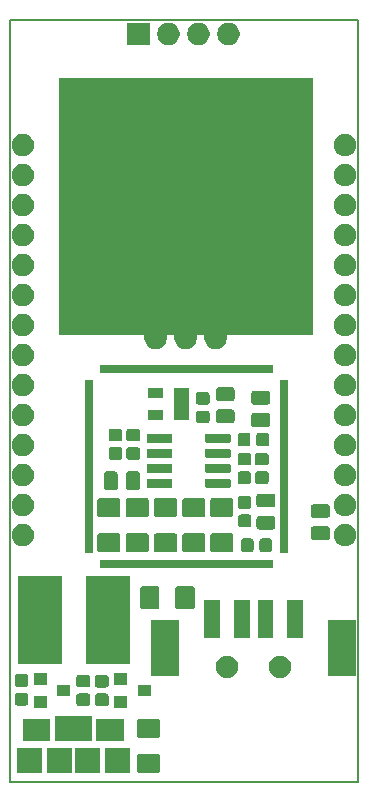
<source format=gbr>
G04 #@! TF.GenerationSoftware,KiCad,Pcbnew,(5.1.6-0-10_14)*
G04 #@! TF.CreationDate,2021-01-15T18:00:30+01:00*
G04 #@! TF.ProjectId,cdm324,63646d33-3234-42e6-9b69-6361645f7063,rev?*
G04 #@! TF.SameCoordinates,Original*
G04 #@! TF.FileFunction,Soldermask,Top*
G04 #@! TF.FilePolarity,Negative*
%FSLAX46Y46*%
G04 Gerber Fmt 4.6, Leading zero omitted, Abs format (unit mm)*
G04 Created by KiCad (PCBNEW (5.1.6-0-10_14)) date 2021-01-15 18:00:30*
%MOMM*%
%LPD*%
G01*
G04 APERTURE LIST*
G04 #@! TA.AperFunction,Profile*
%ADD10C,0.150000*%
G04 #@! TD*
%ADD11C,0.150000*%
G04 APERTURE END LIST*
D10*
X85350000Y-132600000D02*
X85350000Y-68100000D01*
X114850000Y-132600000D02*
X85350000Y-132600000D01*
X114850000Y-68100000D02*
X114850000Y-132600000D01*
X85350000Y-68100000D02*
X114850000Y-68100000D01*
D11*
G36*
X97897682Y-130229705D02*
G01*
X97938898Y-130242207D01*
X97976878Y-130262508D01*
X98010170Y-130289830D01*
X98037492Y-130323122D01*
X98057793Y-130361102D01*
X98070295Y-130402318D01*
X98075000Y-130450084D01*
X98075000Y-131624916D01*
X98070295Y-131672682D01*
X98057793Y-131713898D01*
X98037492Y-131751878D01*
X98010170Y-131785170D01*
X97976878Y-131812492D01*
X97938898Y-131832793D01*
X97897682Y-131845295D01*
X97849916Y-131850000D01*
X96350084Y-131850000D01*
X96302318Y-131845295D01*
X96261102Y-131832793D01*
X96223122Y-131812492D01*
X96189830Y-131785170D01*
X96162508Y-131751878D01*
X96142207Y-131713898D01*
X96129705Y-131672682D01*
X96125000Y-131624916D01*
X96125000Y-130450084D01*
X96129705Y-130402318D01*
X96142207Y-130361102D01*
X96162508Y-130323122D01*
X96189830Y-130289830D01*
X96223122Y-130262508D01*
X96261102Y-130242207D01*
X96302318Y-130229705D01*
X96350084Y-130225000D01*
X97849916Y-130225000D01*
X97897682Y-130229705D01*
G37*
G36*
X95550000Y-131800000D02*
G01*
X93450000Y-131800000D01*
X93450000Y-129700000D01*
X95550000Y-129700000D01*
X95550000Y-131800000D01*
G37*
G36*
X93000000Y-131800000D02*
G01*
X90900000Y-131800000D01*
X90900000Y-129700000D01*
X93000000Y-129700000D01*
X93000000Y-131800000D01*
G37*
G36*
X90600000Y-131800000D02*
G01*
X88500000Y-131800000D01*
X88500000Y-129700000D01*
X90600000Y-129700000D01*
X90600000Y-131800000D01*
G37*
G36*
X88050000Y-131800000D02*
G01*
X85950000Y-131800000D01*
X85950000Y-129700000D01*
X88050000Y-129700000D01*
X88050000Y-131800000D01*
G37*
G36*
X92350000Y-129150000D02*
G01*
X89150000Y-129150000D01*
X89150000Y-127000000D01*
X92350000Y-127000000D01*
X92350000Y-129150000D01*
G37*
G36*
X95000000Y-129100000D02*
G01*
X92700000Y-129100000D01*
X92700000Y-127300000D01*
X95000000Y-127300000D01*
X95000000Y-129100000D01*
G37*
G36*
X88800000Y-129100000D02*
G01*
X86500000Y-129100000D01*
X86500000Y-127300000D01*
X88800000Y-127300000D01*
X88800000Y-129100000D01*
G37*
G36*
X97897682Y-127254705D02*
G01*
X97938898Y-127267207D01*
X97976878Y-127287508D01*
X98010170Y-127314830D01*
X98037492Y-127348122D01*
X98057793Y-127386102D01*
X98070295Y-127427318D01*
X98075000Y-127475084D01*
X98075000Y-128649916D01*
X98070295Y-128697682D01*
X98057793Y-128738898D01*
X98037492Y-128776878D01*
X98010170Y-128810170D01*
X97976878Y-128837492D01*
X97938898Y-128857793D01*
X97897682Y-128870295D01*
X97849916Y-128875000D01*
X96350084Y-128875000D01*
X96302318Y-128870295D01*
X96261102Y-128857793D01*
X96223122Y-128837492D01*
X96189830Y-128810170D01*
X96162508Y-128776878D01*
X96142207Y-128738898D01*
X96129705Y-128697682D01*
X96125000Y-128649916D01*
X96125000Y-127475084D01*
X96129705Y-127427318D01*
X96142207Y-127386102D01*
X96162508Y-127348122D01*
X96189830Y-127314830D01*
X96223122Y-127287508D01*
X96261102Y-127267207D01*
X96302318Y-127254705D01*
X96350084Y-127250000D01*
X97849916Y-127250000D01*
X97897682Y-127254705D01*
G37*
G36*
X95300000Y-126300000D02*
G01*
X94200000Y-126300000D01*
X94200000Y-125300000D01*
X95300000Y-125300000D01*
X95300000Y-126300000D01*
G37*
G36*
X88500000Y-126300000D02*
G01*
X87400000Y-126300000D01*
X87400000Y-125300000D01*
X88500000Y-125300000D01*
X88500000Y-126300000D01*
G37*
G36*
X93548832Y-125104678D02*
G01*
X93589774Y-125117097D01*
X93627512Y-125137269D01*
X93660588Y-125164412D01*
X93687731Y-125197488D01*
X93707903Y-125235226D01*
X93720322Y-125276168D01*
X93725000Y-125323658D01*
X93725000Y-125951342D01*
X93720322Y-125998832D01*
X93707903Y-126039774D01*
X93687731Y-126077512D01*
X93660588Y-126110588D01*
X93627512Y-126137731D01*
X93589774Y-126157903D01*
X93548832Y-126170322D01*
X93501342Y-126175000D01*
X92798658Y-126175000D01*
X92751168Y-126170322D01*
X92710226Y-126157903D01*
X92672488Y-126137731D01*
X92639412Y-126110588D01*
X92612269Y-126077512D01*
X92592097Y-126039774D01*
X92579678Y-125998832D01*
X92575000Y-125951342D01*
X92575000Y-125323658D01*
X92579678Y-125276168D01*
X92592097Y-125235226D01*
X92612269Y-125197488D01*
X92639412Y-125164412D01*
X92672488Y-125137269D01*
X92710226Y-125117097D01*
X92751168Y-125104678D01*
X92798658Y-125100000D01*
X93501342Y-125100000D01*
X93548832Y-125104678D01*
G37*
G36*
X91978832Y-125094678D02*
G01*
X92019774Y-125107097D01*
X92057512Y-125127269D01*
X92090588Y-125154412D01*
X92117731Y-125187488D01*
X92137903Y-125225226D01*
X92150322Y-125266168D01*
X92155000Y-125313658D01*
X92155000Y-125941342D01*
X92150322Y-125988832D01*
X92137903Y-126029774D01*
X92117731Y-126067512D01*
X92090588Y-126100588D01*
X92057512Y-126127731D01*
X92019774Y-126147903D01*
X91978832Y-126160322D01*
X91931342Y-126165000D01*
X91228658Y-126165000D01*
X91181168Y-126160322D01*
X91140226Y-126147903D01*
X91102488Y-126127731D01*
X91069412Y-126100588D01*
X91042269Y-126067512D01*
X91022097Y-126029774D01*
X91009678Y-125988832D01*
X91005000Y-125941342D01*
X91005000Y-125313658D01*
X91009678Y-125266168D01*
X91022097Y-125225226D01*
X91042269Y-125187488D01*
X91069412Y-125154412D01*
X91102488Y-125127269D01*
X91140226Y-125107097D01*
X91181168Y-125094678D01*
X91228658Y-125090000D01*
X91931342Y-125090000D01*
X91978832Y-125094678D01*
G37*
G36*
X86748832Y-125054678D02*
G01*
X86789774Y-125067097D01*
X86827512Y-125087269D01*
X86860588Y-125114412D01*
X86887731Y-125147488D01*
X86907903Y-125185226D01*
X86920322Y-125226168D01*
X86925000Y-125273658D01*
X86925000Y-125901342D01*
X86920322Y-125948832D01*
X86907903Y-125989774D01*
X86887731Y-126027512D01*
X86860588Y-126060588D01*
X86827512Y-126087731D01*
X86789774Y-126107903D01*
X86748832Y-126120322D01*
X86701342Y-126125000D01*
X85998658Y-126125000D01*
X85951168Y-126120322D01*
X85910226Y-126107903D01*
X85872488Y-126087731D01*
X85839412Y-126060588D01*
X85812269Y-126027512D01*
X85792097Y-125989774D01*
X85779678Y-125948832D01*
X85775000Y-125901342D01*
X85775000Y-125273658D01*
X85779678Y-125226168D01*
X85792097Y-125185226D01*
X85812269Y-125147488D01*
X85839412Y-125114412D01*
X85872488Y-125087269D01*
X85910226Y-125067097D01*
X85951168Y-125054678D01*
X85998658Y-125050000D01*
X86701342Y-125050000D01*
X86748832Y-125054678D01*
G37*
G36*
X90500000Y-125350000D02*
G01*
X89400000Y-125350000D01*
X89400000Y-124350000D01*
X90500000Y-124350000D01*
X90500000Y-125350000D01*
G37*
G36*
X97300000Y-125350000D02*
G01*
X96200000Y-125350000D01*
X96200000Y-124350000D01*
X97300000Y-124350000D01*
X97300000Y-125350000D01*
G37*
G36*
X93548832Y-123529678D02*
G01*
X93589774Y-123542097D01*
X93627512Y-123562269D01*
X93660588Y-123589412D01*
X93687731Y-123622488D01*
X93707903Y-123660226D01*
X93720322Y-123701168D01*
X93725000Y-123748658D01*
X93725000Y-124376342D01*
X93720322Y-124423832D01*
X93707903Y-124464774D01*
X93687731Y-124502512D01*
X93660588Y-124535588D01*
X93627512Y-124562731D01*
X93589774Y-124582903D01*
X93548832Y-124595322D01*
X93501342Y-124600000D01*
X92798658Y-124600000D01*
X92751168Y-124595322D01*
X92710226Y-124582903D01*
X92672488Y-124562731D01*
X92639412Y-124535588D01*
X92612269Y-124502512D01*
X92592097Y-124464774D01*
X92579678Y-124423832D01*
X92575000Y-124376342D01*
X92575000Y-123748658D01*
X92579678Y-123701168D01*
X92592097Y-123660226D01*
X92612269Y-123622488D01*
X92639412Y-123589412D01*
X92672488Y-123562269D01*
X92710226Y-123542097D01*
X92751168Y-123529678D01*
X92798658Y-123525000D01*
X93501342Y-123525000D01*
X93548832Y-123529678D01*
G37*
G36*
X91978832Y-123519678D02*
G01*
X92019774Y-123532097D01*
X92057512Y-123552269D01*
X92090588Y-123579412D01*
X92117731Y-123612488D01*
X92137903Y-123650226D01*
X92150322Y-123691168D01*
X92155000Y-123738658D01*
X92155000Y-124366342D01*
X92150322Y-124413832D01*
X92137903Y-124454774D01*
X92117731Y-124492512D01*
X92090588Y-124525588D01*
X92057512Y-124552731D01*
X92019774Y-124572903D01*
X91978832Y-124585322D01*
X91931342Y-124590000D01*
X91228658Y-124590000D01*
X91181168Y-124585322D01*
X91140226Y-124572903D01*
X91102488Y-124552731D01*
X91069412Y-124525588D01*
X91042269Y-124492512D01*
X91022097Y-124454774D01*
X91009678Y-124413832D01*
X91005000Y-124366342D01*
X91005000Y-123738658D01*
X91009678Y-123691168D01*
X91022097Y-123650226D01*
X91042269Y-123612488D01*
X91069412Y-123579412D01*
X91102488Y-123552269D01*
X91140226Y-123532097D01*
X91181168Y-123519678D01*
X91228658Y-123515000D01*
X91931342Y-123515000D01*
X91978832Y-123519678D01*
G37*
G36*
X86748832Y-123479678D02*
G01*
X86789774Y-123492097D01*
X86827512Y-123512269D01*
X86860588Y-123539412D01*
X86887731Y-123572488D01*
X86907903Y-123610226D01*
X86920322Y-123651168D01*
X86925000Y-123698658D01*
X86925000Y-124326342D01*
X86920322Y-124373832D01*
X86907903Y-124414774D01*
X86887731Y-124452512D01*
X86860588Y-124485588D01*
X86827512Y-124512731D01*
X86789774Y-124532903D01*
X86748832Y-124545322D01*
X86701342Y-124550000D01*
X85998658Y-124550000D01*
X85951168Y-124545322D01*
X85910226Y-124532903D01*
X85872488Y-124512731D01*
X85839412Y-124485588D01*
X85812269Y-124452512D01*
X85792097Y-124414774D01*
X85779678Y-124373832D01*
X85775000Y-124326342D01*
X85775000Y-123698658D01*
X85779678Y-123651168D01*
X85792097Y-123610226D01*
X85812269Y-123572488D01*
X85839412Y-123539412D01*
X85872488Y-123512269D01*
X85910226Y-123492097D01*
X85951168Y-123479678D01*
X85998658Y-123475000D01*
X86701342Y-123475000D01*
X86748832Y-123479678D01*
G37*
G36*
X88500000Y-124400000D02*
G01*
X87400000Y-124400000D01*
X87400000Y-123400000D01*
X88500000Y-123400000D01*
X88500000Y-124400000D01*
G37*
G36*
X95300000Y-124400000D02*
G01*
X94200000Y-124400000D01*
X94200000Y-123400000D01*
X95300000Y-123400000D01*
X95300000Y-124400000D01*
G37*
G36*
X104027105Y-121926508D02*
G01*
X104199994Y-121998121D01*
X104355590Y-122102087D01*
X104487913Y-122234410D01*
X104591879Y-122390006D01*
X104663492Y-122562895D01*
X104700000Y-122746433D01*
X104700000Y-122933567D01*
X104663492Y-123117105D01*
X104591879Y-123289994D01*
X104487913Y-123445590D01*
X104355590Y-123577913D01*
X104199994Y-123681879D01*
X104027105Y-123753492D01*
X103843567Y-123790000D01*
X103656433Y-123790000D01*
X103472895Y-123753492D01*
X103300006Y-123681879D01*
X103144410Y-123577913D01*
X103012087Y-123445590D01*
X102908121Y-123289994D01*
X102836508Y-123117105D01*
X102800000Y-122933567D01*
X102800000Y-122746433D01*
X102836508Y-122562895D01*
X102908121Y-122390006D01*
X103012087Y-122234410D01*
X103144410Y-122102087D01*
X103300006Y-121998121D01*
X103472895Y-121926508D01*
X103656433Y-121890000D01*
X103843567Y-121890000D01*
X104027105Y-121926508D01*
G37*
G36*
X108527105Y-121926508D02*
G01*
X108699994Y-121998121D01*
X108855590Y-122102087D01*
X108987913Y-122234410D01*
X109091879Y-122390006D01*
X109163492Y-122562895D01*
X109200000Y-122746433D01*
X109200000Y-122933567D01*
X109163492Y-123117105D01*
X109091879Y-123289994D01*
X108987913Y-123445590D01*
X108855590Y-123577913D01*
X108699994Y-123681879D01*
X108527105Y-123753492D01*
X108343567Y-123790000D01*
X108156433Y-123790000D01*
X107972895Y-123753492D01*
X107800006Y-123681879D01*
X107644410Y-123577913D01*
X107512087Y-123445590D01*
X107408121Y-123289994D01*
X107336508Y-123117105D01*
X107300000Y-122933567D01*
X107300000Y-122746433D01*
X107336508Y-122562895D01*
X107408121Y-122390006D01*
X107512087Y-122234410D01*
X107644410Y-122102087D01*
X107800006Y-121998121D01*
X107972895Y-121926508D01*
X108156433Y-121890000D01*
X108343567Y-121890000D01*
X108527105Y-121926508D01*
G37*
G36*
X114700000Y-123600000D02*
G01*
X112300000Y-123600000D01*
X112300000Y-118900000D01*
X114700000Y-118900000D01*
X114700000Y-123600000D01*
G37*
G36*
X99700000Y-123600000D02*
G01*
X97300000Y-123600000D01*
X97300000Y-118900000D01*
X99700000Y-118900000D01*
X99700000Y-123600000D01*
G37*
G36*
X95550000Y-122650000D02*
G01*
X91850000Y-122650000D01*
X91850000Y-115150000D01*
X95550000Y-115150000D01*
X95550000Y-122650000D01*
G37*
G36*
X89750000Y-122650000D02*
G01*
X86050000Y-122650000D01*
X86050000Y-115150000D01*
X89750000Y-115150000D01*
X89750000Y-122650000D01*
G37*
G36*
X103160000Y-120440000D02*
G01*
X101840000Y-120440000D01*
X101840000Y-117160000D01*
X103160000Y-117160000D01*
X103160000Y-120440000D01*
G37*
G36*
X105660000Y-120440000D02*
G01*
X104340000Y-120440000D01*
X104340000Y-117160000D01*
X105660000Y-117160000D01*
X105660000Y-120440000D01*
G37*
G36*
X110160000Y-120440000D02*
G01*
X108840000Y-120440000D01*
X108840000Y-117160000D01*
X110160000Y-117160000D01*
X110160000Y-120440000D01*
G37*
G36*
X107660000Y-120440000D02*
G01*
X106340000Y-120440000D01*
X106340000Y-117160000D01*
X107660000Y-117160000D01*
X107660000Y-120440000D01*
G37*
G36*
X97857682Y-116029705D02*
G01*
X97898898Y-116042207D01*
X97936878Y-116062508D01*
X97970170Y-116089830D01*
X97997492Y-116123122D01*
X98017793Y-116161102D01*
X98030295Y-116202318D01*
X98035000Y-116250084D01*
X98035000Y-117749916D01*
X98030295Y-117797682D01*
X98017793Y-117838898D01*
X97997492Y-117876878D01*
X97970170Y-117910170D01*
X97936878Y-117937492D01*
X97898898Y-117957793D01*
X97857682Y-117970295D01*
X97809916Y-117975000D01*
X96635084Y-117975000D01*
X96587318Y-117970295D01*
X96546102Y-117957793D01*
X96508122Y-117937492D01*
X96474830Y-117910170D01*
X96447508Y-117876878D01*
X96427207Y-117838898D01*
X96414705Y-117797682D01*
X96410000Y-117749916D01*
X96410000Y-116250084D01*
X96414705Y-116202318D01*
X96427207Y-116161102D01*
X96447508Y-116123122D01*
X96474830Y-116089830D01*
X96508122Y-116062508D01*
X96546102Y-116042207D01*
X96587318Y-116029705D01*
X96635084Y-116025000D01*
X97809916Y-116025000D01*
X97857682Y-116029705D01*
G37*
G36*
X100832682Y-116029705D02*
G01*
X100873898Y-116042207D01*
X100911878Y-116062508D01*
X100945170Y-116089830D01*
X100972492Y-116123122D01*
X100992793Y-116161102D01*
X101005295Y-116202318D01*
X101010000Y-116250084D01*
X101010000Y-117749916D01*
X101005295Y-117797682D01*
X100992793Y-117838898D01*
X100972492Y-117876878D01*
X100945170Y-117910170D01*
X100911878Y-117937492D01*
X100873898Y-117957793D01*
X100832682Y-117970295D01*
X100784916Y-117975000D01*
X99610084Y-117975000D01*
X99562318Y-117970295D01*
X99521102Y-117957793D01*
X99483122Y-117937492D01*
X99449830Y-117910170D01*
X99422508Y-117876878D01*
X99402207Y-117838898D01*
X99389705Y-117797682D01*
X99385000Y-117749916D01*
X99385000Y-116250084D01*
X99389705Y-116202318D01*
X99402207Y-116161102D01*
X99422508Y-116123122D01*
X99449830Y-116089830D01*
X99483122Y-116062508D01*
X99521102Y-116042207D01*
X99562318Y-116029705D01*
X99610084Y-116025000D01*
X100784916Y-116025000D01*
X100832682Y-116029705D01*
G37*
G36*
X107623125Y-114505000D02*
G01*
X92976875Y-114505000D01*
X92976875Y-113805000D01*
X107623125Y-113805000D01*
X107623125Y-114505000D01*
G37*
G36*
X92395000Y-113223125D02*
G01*
X91695000Y-113223125D01*
X91695000Y-98576875D01*
X92395000Y-98576875D01*
X92395000Y-113223125D01*
G37*
G36*
X108905000Y-113223125D02*
G01*
X108205000Y-113223125D01*
X108205000Y-98576875D01*
X108905000Y-98576875D01*
X108905000Y-113223125D01*
G37*
G36*
X94547682Y-111529705D02*
G01*
X94588898Y-111542207D01*
X94626878Y-111562508D01*
X94660170Y-111589830D01*
X94687492Y-111623122D01*
X94707793Y-111661102D01*
X94720295Y-111702318D01*
X94725000Y-111750084D01*
X94725000Y-112924916D01*
X94720295Y-112972682D01*
X94707793Y-113013898D01*
X94687492Y-113051878D01*
X94660170Y-113085170D01*
X94626878Y-113112492D01*
X94588898Y-113132793D01*
X94547682Y-113145295D01*
X94499916Y-113150000D01*
X93000084Y-113150000D01*
X92952318Y-113145295D01*
X92911102Y-113132793D01*
X92873122Y-113112492D01*
X92839830Y-113085170D01*
X92812508Y-113051878D01*
X92792207Y-113013898D01*
X92779705Y-112972682D01*
X92775000Y-112924916D01*
X92775000Y-111750084D01*
X92779705Y-111702318D01*
X92792207Y-111661102D01*
X92812508Y-111623122D01*
X92839830Y-111589830D01*
X92873122Y-111562508D01*
X92911102Y-111542207D01*
X92952318Y-111529705D01*
X93000084Y-111525000D01*
X94499916Y-111525000D01*
X94547682Y-111529705D01*
G37*
G36*
X96947682Y-111529705D02*
G01*
X96988898Y-111542207D01*
X97026878Y-111562508D01*
X97060170Y-111589830D01*
X97087492Y-111623122D01*
X97107793Y-111661102D01*
X97120295Y-111702318D01*
X97125000Y-111750084D01*
X97125000Y-112924916D01*
X97120295Y-112972682D01*
X97107793Y-113013898D01*
X97087492Y-113051878D01*
X97060170Y-113085170D01*
X97026878Y-113112492D01*
X96988898Y-113132793D01*
X96947682Y-113145295D01*
X96899916Y-113150000D01*
X95400084Y-113150000D01*
X95352318Y-113145295D01*
X95311102Y-113132793D01*
X95273122Y-113112492D01*
X95239830Y-113085170D01*
X95212508Y-113051878D01*
X95192207Y-113013898D01*
X95179705Y-112972682D01*
X95175000Y-112924916D01*
X95175000Y-111750084D01*
X95179705Y-111702318D01*
X95192207Y-111661102D01*
X95212508Y-111623122D01*
X95239830Y-111589830D01*
X95273122Y-111562508D01*
X95311102Y-111542207D01*
X95352318Y-111529705D01*
X95400084Y-111525000D01*
X96899916Y-111525000D01*
X96947682Y-111529705D01*
G37*
G36*
X104097682Y-111529705D02*
G01*
X104138898Y-111542207D01*
X104176878Y-111562508D01*
X104210170Y-111589830D01*
X104237492Y-111623122D01*
X104257793Y-111661102D01*
X104270295Y-111702318D01*
X104275000Y-111750084D01*
X104275000Y-112924916D01*
X104270295Y-112972682D01*
X104257793Y-113013898D01*
X104237492Y-113051878D01*
X104210170Y-113085170D01*
X104176878Y-113112492D01*
X104138898Y-113132793D01*
X104097682Y-113145295D01*
X104049916Y-113150000D01*
X102550084Y-113150000D01*
X102502318Y-113145295D01*
X102461102Y-113132793D01*
X102423122Y-113112492D01*
X102389830Y-113085170D01*
X102362508Y-113051878D01*
X102342207Y-113013898D01*
X102329705Y-112972682D01*
X102325000Y-112924916D01*
X102325000Y-111750084D01*
X102329705Y-111702318D01*
X102342207Y-111661102D01*
X102362508Y-111623122D01*
X102389830Y-111589830D01*
X102423122Y-111562508D01*
X102461102Y-111542207D01*
X102502318Y-111529705D01*
X102550084Y-111525000D01*
X104049916Y-111525000D01*
X104097682Y-111529705D01*
G37*
G36*
X99347682Y-111529705D02*
G01*
X99388898Y-111542207D01*
X99426878Y-111562508D01*
X99460170Y-111589830D01*
X99487492Y-111623122D01*
X99507793Y-111661102D01*
X99520295Y-111702318D01*
X99525000Y-111750084D01*
X99525000Y-112924916D01*
X99520295Y-112972682D01*
X99507793Y-113013898D01*
X99487492Y-113051878D01*
X99460170Y-113085170D01*
X99426878Y-113112492D01*
X99388898Y-113132793D01*
X99347682Y-113145295D01*
X99299916Y-113150000D01*
X97800084Y-113150000D01*
X97752318Y-113145295D01*
X97711102Y-113132793D01*
X97673122Y-113112492D01*
X97639830Y-113085170D01*
X97612508Y-113051878D01*
X97592207Y-113013898D01*
X97579705Y-112972682D01*
X97575000Y-112924916D01*
X97575000Y-111750084D01*
X97579705Y-111702318D01*
X97592207Y-111661102D01*
X97612508Y-111623122D01*
X97639830Y-111589830D01*
X97673122Y-111562508D01*
X97711102Y-111542207D01*
X97752318Y-111529705D01*
X97800084Y-111525000D01*
X99299916Y-111525000D01*
X99347682Y-111529705D01*
G37*
G36*
X101747682Y-111529705D02*
G01*
X101788898Y-111542207D01*
X101826878Y-111562508D01*
X101860170Y-111589830D01*
X101887492Y-111623122D01*
X101907793Y-111661102D01*
X101920295Y-111702318D01*
X101925000Y-111750084D01*
X101925000Y-112924916D01*
X101920295Y-112972682D01*
X101907793Y-113013898D01*
X101887492Y-113051878D01*
X101860170Y-113085170D01*
X101826878Y-113112492D01*
X101788898Y-113132793D01*
X101747682Y-113145295D01*
X101699916Y-113150000D01*
X100200084Y-113150000D01*
X100152318Y-113145295D01*
X100111102Y-113132793D01*
X100073122Y-113112492D01*
X100039830Y-113085170D01*
X100012508Y-113051878D01*
X99992207Y-113013898D01*
X99979705Y-112972682D01*
X99975000Y-112924916D01*
X99975000Y-111750084D01*
X99979705Y-111702318D01*
X99992207Y-111661102D01*
X100012508Y-111623122D01*
X100039830Y-111589830D01*
X100073122Y-111562508D01*
X100111102Y-111542207D01*
X100152318Y-111529705D01*
X100200084Y-111525000D01*
X101699916Y-111525000D01*
X101747682Y-111529705D01*
G37*
G36*
X105823832Y-111979678D02*
G01*
X105864774Y-111992097D01*
X105902512Y-112012269D01*
X105935588Y-112039412D01*
X105962731Y-112072488D01*
X105982903Y-112110226D01*
X105995322Y-112151168D01*
X106000000Y-112198658D01*
X106000000Y-112901342D01*
X105995322Y-112948832D01*
X105982903Y-112989774D01*
X105962731Y-113027512D01*
X105935588Y-113060588D01*
X105902512Y-113087731D01*
X105864774Y-113107903D01*
X105823832Y-113120322D01*
X105776342Y-113125000D01*
X105148658Y-113125000D01*
X105101168Y-113120322D01*
X105060226Y-113107903D01*
X105022488Y-113087731D01*
X104989412Y-113060588D01*
X104962269Y-113027512D01*
X104942097Y-112989774D01*
X104929678Y-112948832D01*
X104925000Y-112901342D01*
X104925000Y-112198658D01*
X104929678Y-112151168D01*
X104942097Y-112110226D01*
X104962269Y-112072488D01*
X104989412Y-112039412D01*
X105022488Y-112012269D01*
X105060226Y-111992097D01*
X105101168Y-111979678D01*
X105148658Y-111975000D01*
X105776342Y-111975000D01*
X105823832Y-111979678D01*
G37*
G36*
X107398832Y-111979678D02*
G01*
X107439774Y-111992097D01*
X107477512Y-112012269D01*
X107510588Y-112039412D01*
X107537731Y-112072488D01*
X107557903Y-112110226D01*
X107570322Y-112151168D01*
X107575000Y-112198658D01*
X107575000Y-112901342D01*
X107570322Y-112948832D01*
X107557903Y-112989774D01*
X107537731Y-113027512D01*
X107510588Y-113060588D01*
X107477512Y-113087731D01*
X107439774Y-113107903D01*
X107398832Y-113120322D01*
X107351342Y-113125000D01*
X106723658Y-113125000D01*
X106676168Y-113120322D01*
X106635226Y-113107903D01*
X106597488Y-113087731D01*
X106564412Y-113060588D01*
X106537269Y-113027512D01*
X106517097Y-112989774D01*
X106504678Y-112948832D01*
X106500000Y-112901342D01*
X106500000Y-112198658D01*
X106504678Y-112151168D01*
X106517097Y-112110226D01*
X106537269Y-112072488D01*
X106564412Y-112039412D01*
X106597488Y-112012269D01*
X106635226Y-111992097D01*
X106676168Y-111979678D01*
X106723658Y-111975000D01*
X107351342Y-111975000D01*
X107398832Y-111979678D01*
G37*
G36*
X114017105Y-110786508D02*
G01*
X114189994Y-110858121D01*
X114345590Y-110962087D01*
X114477913Y-111094410D01*
X114581879Y-111250006D01*
X114653492Y-111422895D01*
X114690000Y-111606433D01*
X114690000Y-111793567D01*
X114653492Y-111977105D01*
X114581879Y-112149994D01*
X114477913Y-112305590D01*
X114345590Y-112437913D01*
X114189994Y-112541879D01*
X114017105Y-112613492D01*
X113833567Y-112650000D01*
X113646433Y-112650000D01*
X113462895Y-112613492D01*
X113290006Y-112541879D01*
X113134410Y-112437913D01*
X113002087Y-112305590D01*
X112898121Y-112149994D01*
X112826508Y-111977105D01*
X112790000Y-111793567D01*
X112790000Y-111606433D01*
X112826508Y-111422895D01*
X112898121Y-111250006D01*
X113002087Y-111094410D01*
X113134410Y-110962087D01*
X113290006Y-110858121D01*
X113462895Y-110786508D01*
X113646433Y-110750000D01*
X113833567Y-110750000D01*
X114017105Y-110786508D01*
G37*
G36*
X86737105Y-110786508D02*
G01*
X86909994Y-110858121D01*
X87065590Y-110962087D01*
X87197913Y-111094410D01*
X87301879Y-111250006D01*
X87373492Y-111422895D01*
X87410000Y-111606433D01*
X87410000Y-111793567D01*
X87373492Y-111977105D01*
X87301879Y-112149994D01*
X87197913Y-112305590D01*
X87065590Y-112437913D01*
X86909994Y-112541879D01*
X86737105Y-112613492D01*
X86553567Y-112650000D01*
X86366433Y-112650000D01*
X86182895Y-112613492D01*
X86010006Y-112541879D01*
X85854410Y-112437913D01*
X85722087Y-112305590D01*
X85618121Y-112149994D01*
X85546508Y-111977105D01*
X85510000Y-111793567D01*
X85510000Y-111606433D01*
X85546508Y-111422895D01*
X85618121Y-111250006D01*
X85722087Y-111094410D01*
X85854410Y-110962087D01*
X86010006Y-110858121D01*
X86182895Y-110786508D01*
X86366433Y-110750000D01*
X86553567Y-110750000D01*
X86737105Y-110786508D01*
G37*
G36*
X112253708Y-110945158D02*
G01*
X112299345Y-110959001D01*
X112341400Y-110981480D01*
X112378265Y-111011735D01*
X112408520Y-111048600D01*
X112430999Y-111090655D01*
X112444842Y-111136292D01*
X112450000Y-111188658D01*
X112450000Y-111866342D01*
X112444842Y-111918708D01*
X112430999Y-111964345D01*
X112408520Y-112006400D01*
X112378265Y-112043265D01*
X112341400Y-112073520D01*
X112299345Y-112095999D01*
X112253708Y-112109842D01*
X112201342Y-112115000D01*
X111098658Y-112115000D01*
X111046292Y-112109842D01*
X111000655Y-112095999D01*
X110958600Y-112073520D01*
X110921735Y-112043265D01*
X110891480Y-112006400D01*
X110869001Y-111964345D01*
X110855158Y-111918708D01*
X110850000Y-111866342D01*
X110850000Y-111188658D01*
X110855158Y-111136292D01*
X110869001Y-111090655D01*
X110891480Y-111048600D01*
X110921735Y-111011735D01*
X110958600Y-110981480D01*
X111000655Y-110959001D01*
X111046292Y-110945158D01*
X111098658Y-110940000D01*
X112201342Y-110940000D01*
X112253708Y-110945158D01*
G37*
G36*
X107653708Y-110055158D02*
G01*
X107699345Y-110069001D01*
X107741400Y-110091480D01*
X107778265Y-110121735D01*
X107808520Y-110158600D01*
X107830999Y-110200655D01*
X107844842Y-110246292D01*
X107850000Y-110298658D01*
X107850000Y-110976342D01*
X107844842Y-111028708D01*
X107830999Y-111074345D01*
X107808520Y-111116400D01*
X107778265Y-111153265D01*
X107741400Y-111183520D01*
X107699345Y-111205999D01*
X107653708Y-111219842D01*
X107601342Y-111225000D01*
X106498658Y-111225000D01*
X106446292Y-111219842D01*
X106400655Y-111205999D01*
X106358600Y-111183520D01*
X106321735Y-111153265D01*
X106291480Y-111116400D01*
X106269001Y-111074345D01*
X106255158Y-111028708D01*
X106250000Y-110976342D01*
X106250000Y-110298658D01*
X106255158Y-110246292D01*
X106269001Y-110200655D01*
X106291480Y-110158600D01*
X106321735Y-110121735D01*
X106358600Y-110091480D01*
X106400655Y-110069001D01*
X106446292Y-110055158D01*
X106498658Y-110050000D01*
X107601342Y-110050000D01*
X107653708Y-110055158D01*
G37*
G36*
X105648832Y-109954678D02*
G01*
X105689774Y-109967097D01*
X105727512Y-109987269D01*
X105760588Y-110014412D01*
X105787731Y-110047488D01*
X105807903Y-110085226D01*
X105820322Y-110126168D01*
X105825000Y-110173658D01*
X105825000Y-110801342D01*
X105820322Y-110848832D01*
X105807903Y-110889774D01*
X105787731Y-110927512D01*
X105760588Y-110960588D01*
X105727512Y-110987731D01*
X105689774Y-111007903D01*
X105648832Y-111020322D01*
X105601342Y-111025000D01*
X104898658Y-111025000D01*
X104851168Y-111020322D01*
X104810226Y-111007903D01*
X104772488Y-110987731D01*
X104739412Y-110960588D01*
X104712269Y-110927512D01*
X104692097Y-110889774D01*
X104679678Y-110848832D01*
X104675000Y-110801342D01*
X104675000Y-110173658D01*
X104679678Y-110126168D01*
X104692097Y-110085226D01*
X104712269Y-110047488D01*
X104739412Y-110014412D01*
X104772488Y-109987269D01*
X104810226Y-109967097D01*
X104851168Y-109954678D01*
X104898658Y-109950000D01*
X105601342Y-109950000D01*
X105648832Y-109954678D01*
G37*
G36*
X112253708Y-109070158D02*
G01*
X112299345Y-109084001D01*
X112341400Y-109106480D01*
X112378265Y-109136735D01*
X112408520Y-109173600D01*
X112430999Y-109215655D01*
X112444842Y-109261292D01*
X112450000Y-109313658D01*
X112450000Y-109991342D01*
X112444842Y-110043708D01*
X112430999Y-110089345D01*
X112408520Y-110131400D01*
X112378265Y-110168265D01*
X112341400Y-110198520D01*
X112299345Y-110220999D01*
X112253708Y-110234842D01*
X112201342Y-110240000D01*
X111098658Y-110240000D01*
X111046292Y-110234842D01*
X111000655Y-110220999D01*
X110958600Y-110198520D01*
X110921735Y-110168265D01*
X110891480Y-110131400D01*
X110869001Y-110089345D01*
X110855158Y-110043708D01*
X110850000Y-109991342D01*
X110850000Y-109313658D01*
X110855158Y-109261292D01*
X110869001Y-109215655D01*
X110891480Y-109173600D01*
X110921735Y-109136735D01*
X110958600Y-109106480D01*
X111000655Y-109084001D01*
X111046292Y-109070158D01*
X111098658Y-109065000D01*
X112201342Y-109065000D01*
X112253708Y-109070158D01*
G37*
G36*
X101747682Y-108554705D02*
G01*
X101788898Y-108567207D01*
X101826878Y-108587508D01*
X101860170Y-108614830D01*
X101887492Y-108648122D01*
X101907793Y-108686102D01*
X101920295Y-108727318D01*
X101925000Y-108775084D01*
X101925000Y-109949916D01*
X101920295Y-109997682D01*
X101907793Y-110038898D01*
X101887492Y-110076878D01*
X101860170Y-110110170D01*
X101826878Y-110137492D01*
X101788898Y-110157793D01*
X101747682Y-110170295D01*
X101699916Y-110175000D01*
X100200084Y-110175000D01*
X100152318Y-110170295D01*
X100111102Y-110157793D01*
X100073122Y-110137492D01*
X100039830Y-110110170D01*
X100012508Y-110076878D01*
X99992207Y-110038898D01*
X99979705Y-109997682D01*
X99975000Y-109949916D01*
X99975000Y-108775084D01*
X99979705Y-108727318D01*
X99992207Y-108686102D01*
X100012508Y-108648122D01*
X100039830Y-108614830D01*
X100073122Y-108587508D01*
X100111102Y-108567207D01*
X100152318Y-108554705D01*
X100200084Y-108550000D01*
X101699916Y-108550000D01*
X101747682Y-108554705D01*
G37*
G36*
X104097682Y-108554705D02*
G01*
X104138898Y-108567207D01*
X104176878Y-108587508D01*
X104210170Y-108614830D01*
X104237492Y-108648122D01*
X104257793Y-108686102D01*
X104270295Y-108727318D01*
X104275000Y-108775084D01*
X104275000Y-109949916D01*
X104270295Y-109997682D01*
X104257793Y-110038898D01*
X104237492Y-110076878D01*
X104210170Y-110110170D01*
X104176878Y-110137492D01*
X104138898Y-110157793D01*
X104097682Y-110170295D01*
X104049916Y-110175000D01*
X102550084Y-110175000D01*
X102502318Y-110170295D01*
X102461102Y-110157793D01*
X102423122Y-110137492D01*
X102389830Y-110110170D01*
X102362508Y-110076878D01*
X102342207Y-110038898D01*
X102329705Y-109997682D01*
X102325000Y-109949916D01*
X102325000Y-108775084D01*
X102329705Y-108727318D01*
X102342207Y-108686102D01*
X102362508Y-108648122D01*
X102389830Y-108614830D01*
X102423122Y-108587508D01*
X102461102Y-108567207D01*
X102502318Y-108554705D01*
X102550084Y-108550000D01*
X104049916Y-108550000D01*
X104097682Y-108554705D01*
G37*
G36*
X99347682Y-108554705D02*
G01*
X99388898Y-108567207D01*
X99426878Y-108587508D01*
X99460170Y-108614830D01*
X99487492Y-108648122D01*
X99507793Y-108686102D01*
X99520295Y-108727318D01*
X99525000Y-108775084D01*
X99525000Y-109949916D01*
X99520295Y-109997682D01*
X99507793Y-110038898D01*
X99487492Y-110076878D01*
X99460170Y-110110170D01*
X99426878Y-110137492D01*
X99388898Y-110157793D01*
X99347682Y-110170295D01*
X99299916Y-110175000D01*
X97800084Y-110175000D01*
X97752318Y-110170295D01*
X97711102Y-110157793D01*
X97673122Y-110137492D01*
X97639830Y-110110170D01*
X97612508Y-110076878D01*
X97592207Y-110038898D01*
X97579705Y-109997682D01*
X97575000Y-109949916D01*
X97575000Y-108775084D01*
X97579705Y-108727318D01*
X97592207Y-108686102D01*
X97612508Y-108648122D01*
X97639830Y-108614830D01*
X97673122Y-108587508D01*
X97711102Y-108567207D01*
X97752318Y-108554705D01*
X97800084Y-108550000D01*
X99299916Y-108550000D01*
X99347682Y-108554705D01*
G37*
G36*
X94547682Y-108554705D02*
G01*
X94588898Y-108567207D01*
X94626878Y-108587508D01*
X94660170Y-108614830D01*
X94687492Y-108648122D01*
X94707793Y-108686102D01*
X94720295Y-108727318D01*
X94725000Y-108775084D01*
X94725000Y-109949916D01*
X94720295Y-109997682D01*
X94707793Y-110038898D01*
X94687492Y-110076878D01*
X94660170Y-110110170D01*
X94626878Y-110137492D01*
X94588898Y-110157793D01*
X94547682Y-110170295D01*
X94499916Y-110175000D01*
X93000084Y-110175000D01*
X92952318Y-110170295D01*
X92911102Y-110157793D01*
X92873122Y-110137492D01*
X92839830Y-110110170D01*
X92812508Y-110076878D01*
X92792207Y-110038898D01*
X92779705Y-109997682D01*
X92775000Y-109949916D01*
X92775000Y-108775084D01*
X92779705Y-108727318D01*
X92792207Y-108686102D01*
X92812508Y-108648122D01*
X92839830Y-108614830D01*
X92873122Y-108587508D01*
X92911102Y-108567207D01*
X92952318Y-108554705D01*
X93000084Y-108550000D01*
X94499916Y-108550000D01*
X94547682Y-108554705D01*
G37*
G36*
X96947682Y-108554705D02*
G01*
X96988898Y-108567207D01*
X97026878Y-108587508D01*
X97060170Y-108614830D01*
X97087492Y-108648122D01*
X97107793Y-108686102D01*
X97120295Y-108727318D01*
X97125000Y-108775084D01*
X97125000Y-109949916D01*
X97120295Y-109997682D01*
X97107793Y-110038898D01*
X97087492Y-110076878D01*
X97060170Y-110110170D01*
X97026878Y-110137492D01*
X96988898Y-110157793D01*
X96947682Y-110170295D01*
X96899916Y-110175000D01*
X95400084Y-110175000D01*
X95352318Y-110170295D01*
X95311102Y-110157793D01*
X95273122Y-110137492D01*
X95239830Y-110110170D01*
X95212508Y-110076878D01*
X95192207Y-110038898D01*
X95179705Y-109997682D01*
X95175000Y-109949916D01*
X95175000Y-108775084D01*
X95179705Y-108727318D01*
X95192207Y-108686102D01*
X95212508Y-108648122D01*
X95239830Y-108614830D01*
X95273122Y-108587508D01*
X95311102Y-108567207D01*
X95352318Y-108554705D01*
X95400084Y-108550000D01*
X96899916Y-108550000D01*
X96947682Y-108554705D01*
G37*
G36*
X114017105Y-108246508D02*
G01*
X114189994Y-108318121D01*
X114345590Y-108422087D01*
X114477913Y-108554410D01*
X114581879Y-108710006D01*
X114653492Y-108882895D01*
X114690000Y-109066433D01*
X114690000Y-109253567D01*
X114653492Y-109437105D01*
X114581879Y-109609994D01*
X114477913Y-109765590D01*
X114345590Y-109897913D01*
X114189994Y-110001879D01*
X114017105Y-110073492D01*
X113833567Y-110110000D01*
X113646433Y-110110000D01*
X113462895Y-110073492D01*
X113290006Y-110001879D01*
X113134410Y-109897913D01*
X113002087Y-109765590D01*
X112898121Y-109609994D01*
X112826508Y-109437105D01*
X112790000Y-109253567D01*
X112790000Y-109066433D01*
X112826508Y-108882895D01*
X112898121Y-108710006D01*
X113002087Y-108554410D01*
X113134410Y-108422087D01*
X113290006Y-108318121D01*
X113462895Y-108246508D01*
X113646433Y-108210000D01*
X113833567Y-108210000D01*
X114017105Y-108246508D01*
G37*
G36*
X86737105Y-108246508D02*
G01*
X86909994Y-108318121D01*
X87065590Y-108422087D01*
X87197913Y-108554410D01*
X87301879Y-108710006D01*
X87373492Y-108882895D01*
X87410000Y-109066433D01*
X87410000Y-109253567D01*
X87373492Y-109437105D01*
X87301879Y-109609994D01*
X87197913Y-109765590D01*
X87065590Y-109897913D01*
X86909994Y-110001879D01*
X86737105Y-110073492D01*
X86553567Y-110110000D01*
X86366433Y-110110000D01*
X86182895Y-110073492D01*
X86010006Y-110001879D01*
X85854410Y-109897913D01*
X85722087Y-109765590D01*
X85618121Y-109609994D01*
X85546508Y-109437105D01*
X85510000Y-109253567D01*
X85510000Y-109066433D01*
X85546508Y-108882895D01*
X85618121Y-108710006D01*
X85722087Y-108554410D01*
X85854410Y-108422087D01*
X86010006Y-108318121D01*
X86182895Y-108246508D01*
X86366433Y-108210000D01*
X86553567Y-108210000D01*
X86737105Y-108246508D01*
G37*
G36*
X105648832Y-108379678D02*
G01*
X105689774Y-108392097D01*
X105727512Y-108412269D01*
X105760588Y-108439412D01*
X105787731Y-108472488D01*
X105807903Y-108510226D01*
X105820322Y-108551168D01*
X105825000Y-108598658D01*
X105825000Y-109226342D01*
X105820322Y-109273832D01*
X105807903Y-109314774D01*
X105787731Y-109352512D01*
X105760588Y-109385588D01*
X105727512Y-109412731D01*
X105689774Y-109432903D01*
X105648832Y-109445322D01*
X105601342Y-109450000D01*
X104898658Y-109450000D01*
X104851168Y-109445322D01*
X104810226Y-109432903D01*
X104772488Y-109412731D01*
X104739412Y-109385588D01*
X104712269Y-109352512D01*
X104692097Y-109314774D01*
X104679678Y-109273832D01*
X104675000Y-109226342D01*
X104675000Y-108598658D01*
X104679678Y-108551168D01*
X104692097Y-108510226D01*
X104712269Y-108472488D01*
X104739412Y-108439412D01*
X104772488Y-108412269D01*
X104810226Y-108392097D01*
X104851168Y-108379678D01*
X104898658Y-108375000D01*
X105601342Y-108375000D01*
X105648832Y-108379678D01*
G37*
G36*
X107653708Y-108180158D02*
G01*
X107699345Y-108194001D01*
X107741400Y-108216480D01*
X107778265Y-108246735D01*
X107808520Y-108283600D01*
X107830999Y-108325655D01*
X107844842Y-108371292D01*
X107850000Y-108423658D01*
X107850000Y-109101342D01*
X107844842Y-109153708D01*
X107830999Y-109199345D01*
X107808520Y-109241400D01*
X107778265Y-109278265D01*
X107741400Y-109308520D01*
X107699345Y-109330999D01*
X107653708Y-109344842D01*
X107601342Y-109350000D01*
X106498658Y-109350000D01*
X106446292Y-109344842D01*
X106400655Y-109330999D01*
X106358600Y-109308520D01*
X106321735Y-109278265D01*
X106291480Y-109241400D01*
X106269001Y-109199345D01*
X106255158Y-109153708D01*
X106250000Y-109101342D01*
X106250000Y-108423658D01*
X106255158Y-108371292D01*
X106269001Y-108325655D01*
X106291480Y-108283600D01*
X106321735Y-108246735D01*
X106358600Y-108216480D01*
X106400655Y-108194001D01*
X106446292Y-108180158D01*
X106498658Y-108175000D01*
X107601342Y-108175000D01*
X107653708Y-108180158D01*
G37*
G36*
X94303708Y-106305158D02*
G01*
X94349345Y-106319001D01*
X94391400Y-106341480D01*
X94428265Y-106371735D01*
X94458520Y-106408600D01*
X94480999Y-106450655D01*
X94494842Y-106496292D01*
X94500000Y-106548658D01*
X94500000Y-107651342D01*
X94494842Y-107703708D01*
X94480999Y-107749345D01*
X94458520Y-107791400D01*
X94428265Y-107828265D01*
X94391400Y-107858520D01*
X94349345Y-107880999D01*
X94303708Y-107894842D01*
X94251342Y-107900000D01*
X93573658Y-107900000D01*
X93521292Y-107894842D01*
X93475655Y-107880999D01*
X93433600Y-107858520D01*
X93396735Y-107828265D01*
X93366480Y-107791400D01*
X93344001Y-107749345D01*
X93330158Y-107703708D01*
X93325000Y-107651342D01*
X93325000Y-106548658D01*
X93330158Y-106496292D01*
X93344001Y-106450655D01*
X93366480Y-106408600D01*
X93396735Y-106371735D01*
X93433600Y-106341480D01*
X93475655Y-106319001D01*
X93521292Y-106305158D01*
X93573658Y-106300000D01*
X94251342Y-106300000D01*
X94303708Y-106305158D01*
G37*
G36*
X96178708Y-106305158D02*
G01*
X96224345Y-106319001D01*
X96266400Y-106341480D01*
X96303265Y-106371735D01*
X96333520Y-106408600D01*
X96355999Y-106450655D01*
X96369842Y-106496292D01*
X96375000Y-106548658D01*
X96375000Y-107651342D01*
X96369842Y-107703708D01*
X96355999Y-107749345D01*
X96333520Y-107791400D01*
X96303265Y-107828265D01*
X96266400Y-107858520D01*
X96224345Y-107880999D01*
X96178708Y-107894842D01*
X96126342Y-107900000D01*
X95448658Y-107900000D01*
X95396292Y-107894842D01*
X95350655Y-107880999D01*
X95308600Y-107858520D01*
X95271735Y-107828265D01*
X95241480Y-107791400D01*
X95219001Y-107749345D01*
X95205158Y-107703708D01*
X95200000Y-107651342D01*
X95200000Y-106548658D01*
X95205158Y-106496292D01*
X95219001Y-106450655D01*
X95241480Y-106408600D01*
X95271735Y-106371735D01*
X95308600Y-106341480D01*
X95350655Y-106319001D01*
X95396292Y-106305158D01*
X95448658Y-106300000D01*
X96126342Y-106300000D01*
X96178708Y-106305158D01*
G37*
G36*
X103929167Y-106908356D02*
G01*
X103957217Y-106916865D01*
X103983067Y-106930682D01*
X104005724Y-106949276D01*
X104024318Y-106971933D01*
X104038135Y-106997783D01*
X104046644Y-107025833D01*
X104050000Y-107059909D01*
X104050000Y-107550091D01*
X104046644Y-107584167D01*
X104038135Y-107612217D01*
X104024318Y-107638067D01*
X104005724Y-107660724D01*
X103983067Y-107679318D01*
X103957217Y-107693135D01*
X103929167Y-107701644D01*
X103895091Y-107705000D01*
X102054909Y-107705000D01*
X102020833Y-107701644D01*
X101992783Y-107693135D01*
X101966933Y-107679318D01*
X101944276Y-107660724D01*
X101925682Y-107638067D01*
X101911865Y-107612217D01*
X101903356Y-107584167D01*
X101900000Y-107550091D01*
X101900000Y-107059909D01*
X101903356Y-107025833D01*
X101911865Y-106997783D01*
X101925682Y-106971933D01*
X101944276Y-106949276D01*
X101966933Y-106930682D01*
X101992783Y-106916865D01*
X102020833Y-106908356D01*
X102054909Y-106905000D01*
X103895091Y-106905000D01*
X103929167Y-106908356D01*
G37*
G36*
X98979167Y-106908356D02*
G01*
X99007217Y-106916865D01*
X99033067Y-106930682D01*
X99055724Y-106949276D01*
X99074318Y-106971933D01*
X99088135Y-106997783D01*
X99096644Y-107025833D01*
X99100000Y-107059909D01*
X99100000Y-107550091D01*
X99096644Y-107584167D01*
X99088135Y-107612217D01*
X99074318Y-107638067D01*
X99055724Y-107660724D01*
X99033067Y-107679318D01*
X99007217Y-107693135D01*
X98979167Y-107701644D01*
X98945091Y-107705000D01*
X97104909Y-107705000D01*
X97070833Y-107701644D01*
X97042783Y-107693135D01*
X97016933Y-107679318D01*
X96994276Y-107660724D01*
X96975682Y-107638067D01*
X96961865Y-107612217D01*
X96953356Y-107584167D01*
X96950000Y-107550091D01*
X96950000Y-107059909D01*
X96953356Y-107025833D01*
X96961865Y-106997783D01*
X96975682Y-106971933D01*
X96994276Y-106949276D01*
X97016933Y-106930682D01*
X97042783Y-106916865D01*
X97070833Y-106908356D01*
X97104909Y-106905000D01*
X98945091Y-106905000D01*
X98979167Y-106908356D01*
G37*
G36*
X86737105Y-105706508D02*
G01*
X86909994Y-105778121D01*
X87065590Y-105882087D01*
X87197913Y-106014410D01*
X87301879Y-106170006D01*
X87373492Y-106342895D01*
X87410000Y-106526433D01*
X87410000Y-106713567D01*
X87373492Y-106897105D01*
X87301879Y-107069994D01*
X87197913Y-107225590D01*
X87065590Y-107357913D01*
X86909994Y-107461879D01*
X86737105Y-107533492D01*
X86553567Y-107570000D01*
X86366433Y-107570000D01*
X86182895Y-107533492D01*
X86010006Y-107461879D01*
X85854410Y-107357913D01*
X85722087Y-107225590D01*
X85618121Y-107069994D01*
X85546508Y-106897105D01*
X85510000Y-106713567D01*
X85510000Y-106526433D01*
X85546508Y-106342895D01*
X85618121Y-106170006D01*
X85722087Y-106014410D01*
X85854410Y-105882087D01*
X86010006Y-105778121D01*
X86182895Y-105706508D01*
X86366433Y-105670000D01*
X86553567Y-105670000D01*
X86737105Y-105706508D01*
G37*
G36*
X114017105Y-105706508D02*
G01*
X114189994Y-105778121D01*
X114345590Y-105882087D01*
X114477913Y-106014410D01*
X114581879Y-106170006D01*
X114653492Y-106342895D01*
X114690000Y-106526433D01*
X114690000Y-106713567D01*
X114653492Y-106897105D01*
X114581879Y-107069994D01*
X114477913Y-107225590D01*
X114345590Y-107357913D01*
X114189994Y-107461879D01*
X114017105Y-107533492D01*
X113833567Y-107570000D01*
X113646433Y-107570000D01*
X113462895Y-107533492D01*
X113290006Y-107461879D01*
X113134410Y-107357913D01*
X113002087Y-107225590D01*
X112898121Y-107069994D01*
X112826508Y-106897105D01*
X112790000Y-106713567D01*
X112790000Y-106526433D01*
X112826508Y-106342895D01*
X112898121Y-106170006D01*
X113002087Y-106014410D01*
X113134410Y-105882087D01*
X113290006Y-105778121D01*
X113462895Y-105706508D01*
X113646433Y-105670000D01*
X113833567Y-105670000D01*
X114017105Y-105706508D01*
G37*
G36*
X107098832Y-106304678D02*
G01*
X107139774Y-106317097D01*
X107177512Y-106337269D01*
X107210588Y-106364412D01*
X107237731Y-106397488D01*
X107257903Y-106435226D01*
X107270322Y-106476168D01*
X107275000Y-106523658D01*
X107275000Y-107151342D01*
X107270322Y-107198832D01*
X107257903Y-107239774D01*
X107237731Y-107277512D01*
X107210588Y-107310588D01*
X107177512Y-107337731D01*
X107139774Y-107357903D01*
X107098832Y-107370322D01*
X107051342Y-107375000D01*
X106348658Y-107375000D01*
X106301168Y-107370322D01*
X106260226Y-107357903D01*
X106222488Y-107337731D01*
X106189412Y-107310588D01*
X106162269Y-107277512D01*
X106142097Y-107239774D01*
X106129678Y-107198832D01*
X106125000Y-107151342D01*
X106125000Y-106523658D01*
X106129678Y-106476168D01*
X106142097Y-106435226D01*
X106162269Y-106397488D01*
X106189412Y-106364412D01*
X106222488Y-106337269D01*
X106260226Y-106317097D01*
X106301168Y-106304678D01*
X106348658Y-106300000D01*
X107051342Y-106300000D01*
X107098832Y-106304678D01*
G37*
G36*
X105628832Y-106304678D02*
G01*
X105669774Y-106317097D01*
X105707512Y-106337269D01*
X105740588Y-106364412D01*
X105767731Y-106397488D01*
X105787903Y-106435226D01*
X105800322Y-106476168D01*
X105805000Y-106523658D01*
X105805000Y-107151342D01*
X105800322Y-107198832D01*
X105787903Y-107239774D01*
X105767731Y-107277512D01*
X105740588Y-107310588D01*
X105707512Y-107337731D01*
X105669774Y-107357903D01*
X105628832Y-107370322D01*
X105581342Y-107375000D01*
X104878658Y-107375000D01*
X104831168Y-107370322D01*
X104790226Y-107357903D01*
X104752488Y-107337731D01*
X104719412Y-107310588D01*
X104692269Y-107277512D01*
X104672097Y-107239774D01*
X104659678Y-107198832D01*
X104655000Y-107151342D01*
X104655000Y-106523658D01*
X104659678Y-106476168D01*
X104672097Y-106435226D01*
X104692269Y-106397488D01*
X104719412Y-106364412D01*
X104752488Y-106337269D01*
X104790226Y-106317097D01*
X104831168Y-106304678D01*
X104878658Y-106300000D01*
X105581342Y-106300000D01*
X105628832Y-106304678D01*
G37*
G36*
X98979167Y-105638356D02*
G01*
X99007217Y-105646865D01*
X99033067Y-105660682D01*
X99055724Y-105679276D01*
X99074318Y-105701933D01*
X99088135Y-105727783D01*
X99096644Y-105755833D01*
X99100000Y-105789909D01*
X99100000Y-106280091D01*
X99096644Y-106314167D01*
X99088135Y-106342217D01*
X99074318Y-106368067D01*
X99055724Y-106390724D01*
X99033067Y-106409318D01*
X99007217Y-106423135D01*
X98979167Y-106431644D01*
X98945091Y-106435000D01*
X97104909Y-106435000D01*
X97070833Y-106431644D01*
X97042783Y-106423135D01*
X97016933Y-106409318D01*
X96994276Y-106390724D01*
X96975682Y-106368067D01*
X96961865Y-106342217D01*
X96953356Y-106314167D01*
X96950000Y-106280091D01*
X96950000Y-105789909D01*
X96953356Y-105755833D01*
X96961865Y-105727783D01*
X96975682Y-105701933D01*
X96994276Y-105679276D01*
X97016933Y-105660682D01*
X97042783Y-105646865D01*
X97070833Y-105638356D01*
X97104909Y-105635000D01*
X98945091Y-105635000D01*
X98979167Y-105638356D01*
G37*
G36*
X103929167Y-105638356D02*
G01*
X103957217Y-105646865D01*
X103983067Y-105660682D01*
X104005724Y-105679276D01*
X104024318Y-105701933D01*
X104038135Y-105727783D01*
X104046644Y-105755833D01*
X104050000Y-105789909D01*
X104050000Y-106280091D01*
X104046644Y-106314167D01*
X104038135Y-106342217D01*
X104024318Y-106368067D01*
X104005724Y-106390724D01*
X103983067Y-106409318D01*
X103957217Y-106423135D01*
X103929167Y-106431644D01*
X103895091Y-106435000D01*
X102054909Y-106435000D01*
X102020833Y-106431644D01*
X101992783Y-106423135D01*
X101966933Y-106409318D01*
X101944276Y-106390724D01*
X101925682Y-106368067D01*
X101911865Y-106342217D01*
X101903356Y-106314167D01*
X101900000Y-106280091D01*
X101900000Y-105789909D01*
X101903356Y-105755833D01*
X101911865Y-105727783D01*
X101925682Y-105701933D01*
X101944276Y-105679276D01*
X101966933Y-105660682D01*
X101992783Y-105646865D01*
X102020833Y-105638356D01*
X102054909Y-105635000D01*
X103895091Y-105635000D01*
X103929167Y-105638356D01*
G37*
G36*
X105628832Y-104729678D02*
G01*
X105669774Y-104742097D01*
X105707512Y-104762269D01*
X105740588Y-104789412D01*
X105767731Y-104822488D01*
X105787903Y-104860226D01*
X105800322Y-104901168D01*
X105805000Y-104948658D01*
X105805000Y-105576342D01*
X105800322Y-105623832D01*
X105787903Y-105664774D01*
X105767731Y-105702512D01*
X105740588Y-105735588D01*
X105707512Y-105762731D01*
X105669774Y-105782903D01*
X105628832Y-105795322D01*
X105581342Y-105800000D01*
X104878658Y-105800000D01*
X104831168Y-105795322D01*
X104790226Y-105782903D01*
X104752488Y-105762731D01*
X104719412Y-105735588D01*
X104692269Y-105702512D01*
X104672097Y-105664774D01*
X104659678Y-105623832D01*
X104655000Y-105576342D01*
X104655000Y-104948658D01*
X104659678Y-104901168D01*
X104672097Y-104860226D01*
X104692269Y-104822488D01*
X104719412Y-104789412D01*
X104752488Y-104762269D01*
X104790226Y-104742097D01*
X104831168Y-104729678D01*
X104878658Y-104725000D01*
X105581342Y-104725000D01*
X105628832Y-104729678D01*
G37*
G36*
X107098832Y-104729678D02*
G01*
X107139774Y-104742097D01*
X107177512Y-104762269D01*
X107210588Y-104789412D01*
X107237731Y-104822488D01*
X107257903Y-104860226D01*
X107270322Y-104901168D01*
X107275000Y-104948658D01*
X107275000Y-105576342D01*
X107270322Y-105623832D01*
X107257903Y-105664774D01*
X107237731Y-105702512D01*
X107210588Y-105735588D01*
X107177512Y-105762731D01*
X107139774Y-105782903D01*
X107098832Y-105795322D01*
X107051342Y-105800000D01*
X106348658Y-105800000D01*
X106301168Y-105795322D01*
X106260226Y-105782903D01*
X106222488Y-105762731D01*
X106189412Y-105735588D01*
X106162269Y-105702512D01*
X106142097Y-105664774D01*
X106129678Y-105623832D01*
X106125000Y-105576342D01*
X106125000Y-104948658D01*
X106129678Y-104901168D01*
X106142097Y-104860226D01*
X106162269Y-104822488D01*
X106189412Y-104789412D01*
X106222488Y-104762269D01*
X106260226Y-104742097D01*
X106301168Y-104729678D01*
X106348658Y-104725000D01*
X107051342Y-104725000D01*
X107098832Y-104729678D01*
G37*
G36*
X94698832Y-104254678D02*
G01*
X94739774Y-104267097D01*
X94777512Y-104287269D01*
X94810588Y-104314412D01*
X94837731Y-104347488D01*
X94857903Y-104385226D01*
X94870322Y-104426168D01*
X94875000Y-104473658D01*
X94875000Y-105101342D01*
X94870322Y-105148832D01*
X94857903Y-105189774D01*
X94837731Y-105227512D01*
X94810588Y-105260588D01*
X94777512Y-105287731D01*
X94739774Y-105307903D01*
X94698832Y-105320322D01*
X94651342Y-105325000D01*
X93948658Y-105325000D01*
X93901168Y-105320322D01*
X93860226Y-105307903D01*
X93822488Y-105287731D01*
X93789412Y-105260588D01*
X93762269Y-105227512D01*
X93742097Y-105189774D01*
X93729678Y-105148832D01*
X93725000Y-105101342D01*
X93725000Y-104473658D01*
X93729678Y-104426168D01*
X93742097Y-104385226D01*
X93762269Y-104347488D01*
X93789412Y-104314412D01*
X93822488Y-104287269D01*
X93860226Y-104267097D01*
X93901168Y-104254678D01*
X93948658Y-104250000D01*
X94651342Y-104250000D01*
X94698832Y-104254678D01*
G37*
G36*
X96208832Y-104254678D02*
G01*
X96249774Y-104267097D01*
X96287512Y-104287269D01*
X96320588Y-104314412D01*
X96347731Y-104347488D01*
X96367903Y-104385226D01*
X96380322Y-104426168D01*
X96385000Y-104473658D01*
X96385000Y-105101342D01*
X96380322Y-105148832D01*
X96367903Y-105189774D01*
X96347731Y-105227512D01*
X96320588Y-105260588D01*
X96287512Y-105287731D01*
X96249774Y-105307903D01*
X96208832Y-105320322D01*
X96161342Y-105325000D01*
X95458658Y-105325000D01*
X95411168Y-105320322D01*
X95370226Y-105307903D01*
X95332488Y-105287731D01*
X95299412Y-105260588D01*
X95272269Y-105227512D01*
X95252097Y-105189774D01*
X95239678Y-105148832D01*
X95235000Y-105101342D01*
X95235000Y-104473658D01*
X95239678Y-104426168D01*
X95252097Y-104385226D01*
X95272269Y-104347488D01*
X95299412Y-104314412D01*
X95332488Y-104287269D01*
X95370226Y-104267097D01*
X95411168Y-104254678D01*
X95458658Y-104250000D01*
X96161342Y-104250000D01*
X96208832Y-104254678D01*
G37*
G36*
X103929167Y-104368356D02*
G01*
X103957217Y-104376865D01*
X103983067Y-104390682D01*
X104005724Y-104409276D01*
X104024318Y-104431933D01*
X104038135Y-104457783D01*
X104046644Y-104485833D01*
X104050000Y-104519909D01*
X104050000Y-105010091D01*
X104046644Y-105044167D01*
X104038135Y-105072217D01*
X104024318Y-105098067D01*
X104005724Y-105120724D01*
X103983067Y-105139318D01*
X103957217Y-105153135D01*
X103929167Y-105161644D01*
X103895091Y-105165000D01*
X102054909Y-105165000D01*
X102020833Y-105161644D01*
X101992783Y-105153135D01*
X101966933Y-105139318D01*
X101944276Y-105120724D01*
X101925682Y-105098067D01*
X101911865Y-105072217D01*
X101903356Y-105044167D01*
X101900000Y-105010091D01*
X101900000Y-104519909D01*
X101903356Y-104485833D01*
X101911865Y-104457783D01*
X101925682Y-104431933D01*
X101944276Y-104409276D01*
X101966933Y-104390682D01*
X101992783Y-104376865D01*
X102020833Y-104368356D01*
X102054909Y-104365000D01*
X103895091Y-104365000D01*
X103929167Y-104368356D01*
G37*
G36*
X98979167Y-104368356D02*
G01*
X99007217Y-104376865D01*
X99033067Y-104390682D01*
X99055724Y-104409276D01*
X99074318Y-104431933D01*
X99088135Y-104457783D01*
X99096644Y-104485833D01*
X99100000Y-104519909D01*
X99100000Y-105010091D01*
X99096644Y-105044167D01*
X99088135Y-105072217D01*
X99074318Y-105098067D01*
X99055724Y-105120724D01*
X99033067Y-105139318D01*
X99007217Y-105153135D01*
X98979167Y-105161644D01*
X98945091Y-105165000D01*
X97104909Y-105165000D01*
X97070833Y-105161644D01*
X97042783Y-105153135D01*
X97016933Y-105139318D01*
X96994276Y-105120724D01*
X96975682Y-105098067D01*
X96961865Y-105072217D01*
X96953356Y-105044167D01*
X96950000Y-105010091D01*
X96950000Y-104519909D01*
X96953356Y-104485833D01*
X96961865Y-104457783D01*
X96975682Y-104431933D01*
X96994276Y-104409276D01*
X97016933Y-104390682D01*
X97042783Y-104376865D01*
X97070833Y-104368356D01*
X97104909Y-104365000D01*
X98945091Y-104365000D01*
X98979167Y-104368356D01*
G37*
G36*
X114017105Y-103166508D02*
G01*
X114189994Y-103238121D01*
X114345590Y-103342087D01*
X114477913Y-103474410D01*
X114581879Y-103630006D01*
X114653492Y-103802895D01*
X114690000Y-103986433D01*
X114690000Y-104173567D01*
X114653492Y-104357105D01*
X114581879Y-104529994D01*
X114477913Y-104685590D01*
X114345590Y-104817913D01*
X114189994Y-104921879D01*
X114017105Y-104993492D01*
X113833567Y-105030000D01*
X113646433Y-105030000D01*
X113462895Y-104993492D01*
X113290006Y-104921879D01*
X113134410Y-104817913D01*
X113002087Y-104685590D01*
X112898121Y-104529994D01*
X112826508Y-104357105D01*
X112790000Y-104173567D01*
X112790000Y-103986433D01*
X112826508Y-103802895D01*
X112898121Y-103630006D01*
X113002087Y-103474410D01*
X113134410Y-103342087D01*
X113290006Y-103238121D01*
X113462895Y-103166508D01*
X113646433Y-103130000D01*
X113833567Y-103130000D01*
X114017105Y-103166508D01*
G37*
G36*
X86737105Y-103166508D02*
G01*
X86909994Y-103238121D01*
X87065590Y-103342087D01*
X87197913Y-103474410D01*
X87301879Y-103630006D01*
X87373492Y-103802895D01*
X87410000Y-103986433D01*
X87410000Y-104173567D01*
X87373492Y-104357105D01*
X87301879Y-104529994D01*
X87197913Y-104685590D01*
X87065590Y-104817913D01*
X86909994Y-104921879D01*
X86737105Y-104993492D01*
X86553567Y-105030000D01*
X86366433Y-105030000D01*
X86182895Y-104993492D01*
X86010006Y-104921879D01*
X85854410Y-104817913D01*
X85722087Y-104685590D01*
X85618121Y-104529994D01*
X85546508Y-104357105D01*
X85510000Y-104173567D01*
X85510000Y-103986433D01*
X85546508Y-103802895D01*
X85618121Y-103630006D01*
X85722087Y-103474410D01*
X85854410Y-103342087D01*
X86010006Y-103238121D01*
X86182895Y-103166508D01*
X86366433Y-103130000D01*
X86553567Y-103130000D01*
X86737105Y-103166508D01*
G37*
G36*
X107136332Y-103029678D02*
G01*
X107177274Y-103042097D01*
X107215012Y-103062269D01*
X107248088Y-103089412D01*
X107275231Y-103122488D01*
X107295403Y-103160226D01*
X107307822Y-103201168D01*
X107312500Y-103248658D01*
X107312500Y-103951342D01*
X107307822Y-103998832D01*
X107295403Y-104039774D01*
X107275231Y-104077512D01*
X107248088Y-104110588D01*
X107215012Y-104137731D01*
X107177274Y-104157903D01*
X107136332Y-104170322D01*
X107088842Y-104175000D01*
X106461158Y-104175000D01*
X106413668Y-104170322D01*
X106372726Y-104157903D01*
X106334988Y-104137731D01*
X106301912Y-104110588D01*
X106274769Y-104077512D01*
X106254597Y-104039774D01*
X106242178Y-103998832D01*
X106237500Y-103951342D01*
X106237500Y-103248658D01*
X106242178Y-103201168D01*
X106254597Y-103160226D01*
X106274769Y-103122488D01*
X106301912Y-103089412D01*
X106334988Y-103062269D01*
X106372726Y-103042097D01*
X106413668Y-103029678D01*
X106461158Y-103025000D01*
X107088842Y-103025000D01*
X107136332Y-103029678D01*
G37*
G36*
X105561332Y-103029678D02*
G01*
X105602274Y-103042097D01*
X105640012Y-103062269D01*
X105673088Y-103089412D01*
X105700231Y-103122488D01*
X105720403Y-103160226D01*
X105732822Y-103201168D01*
X105737500Y-103248658D01*
X105737500Y-103951342D01*
X105732822Y-103998832D01*
X105720403Y-104039774D01*
X105700231Y-104077512D01*
X105673088Y-104110588D01*
X105640012Y-104137731D01*
X105602274Y-104157903D01*
X105561332Y-104170322D01*
X105513842Y-104175000D01*
X104886158Y-104175000D01*
X104838668Y-104170322D01*
X104797726Y-104157903D01*
X104759988Y-104137731D01*
X104726912Y-104110588D01*
X104699769Y-104077512D01*
X104679597Y-104039774D01*
X104667178Y-103998832D01*
X104662500Y-103951342D01*
X104662500Y-103248658D01*
X104667178Y-103201168D01*
X104679597Y-103160226D01*
X104699769Y-103122488D01*
X104726912Y-103089412D01*
X104759988Y-103062269D01*
X104797726Y-103042097D01*
X104838668Y-103029678D01*
X104886158Y-103025000D01*
X105513842Y-103025000D01*
X105561332Y-103029678D01*
G37*
G36*
X103929167Y-103098356D02*
G01*
X103957217Y-103106865D01*
X103983067Y-103120682D01*
X104005724Y-103139276D01*
X104024318Y-103161933D01*
X104038135Y-103187783D01*
X104046644Y-103215833D01*
X104050000Y-103249909D01*
X104050000Y-103740091D01*
X104046644Y-103774167D01*
X104038135Y-103802217D01*
X104024318Y-103828067D01*
X104005724Y-103850724D01*
X103983067Y-103869318D01*
X103957217Y-103883135D01*
X103929167Y-103891644D01*
X103895091Y-103895000D01*
X102054909Y-103895000D01*
X102020833Y-103891644D01*
X101992783Y-103883135D01*
X101966933Y-103869318D01*
X101944276Y-103850724D01*
X101925682Y-103828067D01*
X101911865Y-103802217D01*
X101903356Y-103774167D01*
X101900000Y-103740091D01*
X101900000Y-103249909D01*
X101903356Y-103215833D01*
X101911865Y-103187783D01*
X101925682Y-103161933D01*
X101944276Y-103139276D01*
X101966933Y-103120682D01*
X101992783Y-103106865D01*
X102020833Y-103098356D01*
X102054909Y-103095000D01*
X103895091Y-103095000D01*
X103929167Y-103098356D01*
G37*
G36*
X98979167Y-103098356D02*
G01*
X99007217Y-103106865D01*
X99033067Y-103120682D01*
X99055724Y-103139276D01*
X99074318Y-103161933D01*
X99088135Y-103187783D01*
X99096644Y-103215833D01*
X99100000Y-103249909D01*
X99100000Y-103740091D01*
X99096644Y-103774167D01*
X99088135Y-103802217D01*
X99074318Y-103828067D01*
X99055724Y-103850724D01*
X99033067Y-103869318D01*
X99007217Y-103883135D01*
X98979167Y-103891644D01*
X98945091Y-103895000D01*
X97104909Y-103895000D01*
X97070833Y-103891644D01*
X97042783Y-103883135D01*
X97016933Y-103869318D01*
X96994276Y-103850724D01*
X96975682Y-103828067D01*
X96961865Y-103802217D01*
X96953356Y-103774167D01*
X96950000Y-103740091D01*
X96950000Y-103249909D01*
X96953356Y-103215833D01*
X96961865Y-103187783D01*
X96975682Y-103161933D01*
X96994276Y-103139276D01*
X97016933Y-103120682D01*
X97042783Y-103106865D01*
X97070833Y-103098356D01*
X97104909Y-103095000D01*
X98945091Y-103095000D01*
X98979167Y-103098356D01*
G37*
G36*
X96208832Y-102679678D02*
G01*
X96249774Y-102692097D01*
X96287512Y-102712269D01*
X96320588Y-102739412D01*
X96347731Y-102772488D01*
X96367903Y-102810226D01*
X96380322Y-102851168D01*
X96385000Y-102898658D01*
X96385000Y-103526342D01*
X96380322Y-103573832D01*
X96367903Y-103614774D01*
X96347731Y-103652512D01*
X96320588Y-103685588D01*
X96287512Y-103712731D01*
X96249774Y-103732903D01*
X96208832Y-103745322D01*
X96161342Y-103750000D01*
X95458658Y-103750000D01*
X95411168Y-103745322D01*
X95370226Y-103732903D01*
X95332488Y-103712731D01*
X95299412Y-103685588D01*
X95272269Y-103652512D01*
X95252097Y-103614774D01*
X95239678Y-103573832D01*
X95235000Y-103526342D01*
X95235000Y-102898658D01*
X95239678Y-102851168D01*
X95252097Y-102810226D01*
X95272269Y-102772488D01*
X95299412Y-102739412D01*
X95332488Y-102712269D01*
X95370226Y-102692097D01*
X95411168Y-102679678D01*
X95458658Y-102675000D01*
X96161342Y-102675000D01*
X96208832Y-102679678D01*
G37*
G36*
X94698832Y-102679678D02*
G01*
X94739774Y-102692097D01*
X94777512Y-102712269D01*
X94810588Y-102739412D01*
X94837731Y-102772488D01*
X94857903Y-102810226D01*
X94870322Y-102851168D01*
X94875000Y-102898658D01*
X94875000Y-103526342D01*
X94870322Y-103573832D01*
X94857903Y-103614774D01*
X94837731Y-103652512D01*
X94810588Y-103685588D01*
X94777512Y-103712731D01*
X94739774Y-103732903D01*
X94698832Y-103745322D01*
X94651342Y-103750000D01*
X93948658Y-103750000D01*
X93901168Y-103745322D01*
X93860226Y-103732903D01*
X93822488Y-103712731D01*
X93789412Y-103685588D01*
X93762269Y-103652512D01*
X93742097Y-103614774D01*
X93729678Y-103573832D01*
X93725000Y-103526342D01*
X93725000Y-102898658D01*
X93729678Y-102851168D01*
X93742097Y-102810226D01*
X93762269Y-102772488D01*
X93789412Y-102739412D01*
X93822488Y-102712269D01*
X93860226Y-102692097D01*
X93901168Y-102679678D01*
X93948658Y-102675000D01*
X94651342Y-102675000D01*
X94698832Y-102679678D01*
G37*
G36*
X107203708Y-101355158D02*
G01*
X107249345Y-101369001D01*
X107291400Y-101391480D01*
X107328265Y-101421735D01*
X107358520Y-101458600D01*
X107380999Y-101500655D01*
X107394842Y-101546292D01*
X107400000Y-101598658D01*
X107400000Y-102276342D01*
X107394842Y-102328708D01*
X107380999Y-102374345D01*
X107358520Y-102416400D01*
X107328265Y-102453265D01*
X107291400Y-102483520D01*
X107249345Y-102505999D01*
X107203708Y-102519842D01*
X107151342Y-102525000D01*
X106048658Y-102525000D01*
X105996292Y-102519842D01*
X105950655Y-102505999D01*
X105908600Y-102483520D01*
X105871735Y-102453265D01*
X105841480Y-102416400D01*
X105819001Y-102374345D01*
X105805158Y-102328708D01*
X105800000Y-102276342D01*
X105800000Y-101598658D01*
X105805158Y-101546292D01*
X105819001Y-101500655D01*
X105841480Y-101458600D01*
X105871735Y-101421735D01*
X105908600Y-101391480D01*
X105950655Y-101369001D01*
X105996292Y-101355158D01*
X106048658Y-101350000D01*
X107151342Y-101350000D01*
X107203708Y-101355158D01*
G37*
G36*
X86737105Y-100626508D02*
G01*
X86909994Y-100698121D01*
X87065590Y-100802087D01*
X87197913Y-100934410D01*
X87301879Y-101090006D01*
X87373492Y-101262895D01*
X87410000Y-101446433D01*
X87410000Y-101633567D01*
X87373492Y-101817105D01*
X87301879Y-101989994D01*
X87197913Y-102145590D01*
X87065590Y-102277913D01*
X86909994Y-102381879D01*
X86737105Y-102453492D01*
X86553567Y-102490000D01*
X86366433Y-102490000D01*
X86182895Y-102453492D01*
X86010006Y-102381879D01*
X85854410Y-102277913D01*
X85722087Y-102145590D01*
X85618121Y-101989994D01*
X85546508Y-101817105D01*
X85510000Y-101633567D01*
X85510000Y-101446433D01*
X85546508Y-101262895D01*
X85618121Y-101090006D01*
X85722087Y-100934410D01*
X85854410Y-100802087D01*
X86010006Y-100698121D01*
X86182895Y-100626508D01*
X86366433Y-100590000D01*
X86553567Y-100590000D01*
X86737105Y-100626508D01*
G37*
G36*
X114017105Y-100626508D02*
G01*
X114189994Y-100698121D01*
X114345590Y-100802087D01*
X114477913Y-100934410D01*
X114581879Y-101090006D01*
X114653492Y-101262895D01*
X114690000Y-101446433D01*
X114690000Y-101633567D01*
X114653492Y-101817105D01*
X114581879Y-101989994D01*
X114477913Y-102145590D01*
X114345590Y-102277913D01*
X114189994Y-102381879D01*
X114017105Y-102453492D01*
X113833567Y-102490000D01*
X113646433Y-102490000D01*
X113462895Y-102453492D01*
X113290006Y-102381879D01*
X113134410Y-102277913D01*
X113002087Y-102145590D01*
X112898121Y-101989994D01*
X112826508Y-101817105D01*
X112790000Y-101633567D01*
X112790000Y-101446433D01*
X112826508Y-101262895D01*
X112898121Y-101090006D01*
X113002087Y-100934410D01*
X113134410Y-100802087D01*
X113290006Y-100698121D01*
X113462895Y-100626508D01*
X113646433Y-100590000D01*
X113833567Y-100590000D01*
X114017105Y-100626508D01*
G37*
G36*
X102098832Y-101154678D02*
G01*
X102139774Y-101167097D01*
X102177512Y-101187269D01*
X102210588Y-101214412D01*
X102237731Y-101247488D01*
X102257903Y-101285226D01*
X102270322Y-101326168D01*
X102275000Y-101373658D01*
X102275000Y-102001342D01*
X102270322Y-102048832D01*
X102257903Y-102089774D01*
X102237731Y-102127512D01*
X102210588Y-102160588D01*
X102177512Y-102187731D01*
X102139774Y-102207903D01*
X102098832Y-102220322D01*
X102051342Y-102225000D01*
X101348658Y-102225000D01*
X101301168Y-102220322D01*
X101260226Y-102207903D01*
X101222488Y-102187731D01*
X101189412Y-102160588D01*
X101162269Y-102127512D01*
X101142097Y-102089774D01*
X101129678Y-102048832D01*
X101125000Y-102001342D01*
X101125000Y-101373658D01*
X101129678Y-101326168D01*
X101142097Y-101285226D01*
X101162269Y-101247488D01*
X101189412Y-101214412D01*
X101222488Y-101187269D01*
X101260226Y-101167097D01*
X101301168Y-101154678D01*
X101348658Y-101150000D01*
X102051342Y-101150000D01*
X102098832Y-101154678D01*
G37*
G36*
X104203708Y-101055158D02*
G01*
X104249345Y-101069001D01*
X104291400Y-101091480D01*
X104328265Y-101121735D01*
X104358520Y-101158600D01*
X104380999Y-101200655D01*
X104394842Y-101246292D01*
X104400000Y-101298658D01*
X104400000Y-101976342D01*
X104394842Y-102028708D01*
X104380999Y-102074345D01*
X104358520Y-102116400D01*
X104328265Y-102153265D01*
X104291400Y-102183520D01*
X104249345Y-102205999D01*
X104203708Y-102219842D01*
X104151342Y-102225000D01*
X103048658Y-102225000D01*
X102996292Y-102219842D01*
X102950655Y-102205999D01*
X102908600Y-102183520D01*
X102871735Y-102153265D01*
X102841480Y-102116400D01*
X102819001Y-102074345D01*
X102805158Y-102028708D01*
X102800000Y-101976342D01*
X102800000Y-101298658D01*
X102805158Y-101246292D01*
X102819001Y-101200655D01*
X102841480Y-101158600D01*
X102871735Y-101121735D01*
X102908600Y-101091480D01*
X102950655Y-101069001D01*
X102996292Y-101055158D01*
X103048658Y-101050000D01*
X104151342Y-101050000D01*
X104203708Y-101055158D01*
G37*
G36*
X100530000Y-101975000D02*
G01*
X99270000Y-101975000D01*
X99270000Y-99225000D01*
X100530000Y-99225000D01*
X100530000Y-101975000D01*
G37*
G36*
X98330000Y-101975000D02*
G01*
X97070000Y-101975000D01*
X97070000Y-101125000D01*
X98330000Y-101125000D01*
X98330000Y-101975000D01*
G37*
G36*
X107203708Y-99480158D02*
G01*
X107249345Y-99494001D01*
X107291400Y-99516480D01*
X107328265Y-99546735D01*
X107358520Y-99583600D01*
X107380999Y-99625655D01*
X107394842Y-99671292D01*
X107400000Y-99723658D01*
X107400000Y-100401342D01*
X107394842Y-100453708D01*
X107380999Y-100499345D01*
X107358520Y-100541400D01*
X107328265Y-100578265D01*
X107291400Y-100608520D01*
X107249345Y-100630999D01*
X107203708Y-100644842D01*
X107151342Y-100650000D01*
X106048658Y-100650000D01*
X105996292Y-100644842D01*
X105950655Y-100630999D01*
X105908600Y-100608520D01*
X105871735Y-100578265D01*
X105841480Y-100541400D01*
X105819001Y-100499345D01*
X105805158Y-100453708D01*
X105800000Y-100401342D01*
X105800000Y-99723658D01*
X105805158Y-99671292D01*
X105819001Y-99625655D01*
X105841480Y-99583600D01*
X105871735Y-99546735D01*
X105908600Y-99516480D01*
X105950655Y-99494001D01*
X105996292Y-99480158D01*
X106048658Y-99475000D01*
X107151342Y-99475000D01*
X107203708Y-99480158D01*
G37*
G36*
X102098832Y-99579678D02*
G01*
X102139774Y-99592097D01*
X102177512Y-99612269D01*
X102210588Y-99639412D01*
X102237731Y-99672488D01*
X102257903Y-99710226D01*
X102270322Y-99751168D01*
X102275000Y-99798658D01*
X102275000Y-100426342D01*
X102270322Y-100473832D01*
X102257903Y-100514774D01*
X102237731Y-100552512D01*
X102210588Y-100585588D01*
X102177512Y-100612731D01*
X102139774Y-100632903D01*
X102098832Y-100645322D01*
X102051342Y-100650000D01*
X101348658Y-100650000D01*
X101301168Y-100645322D01*
X101260226Y-100632903D01*
X101222488Y-100612731D01*
X101189412Y-100585588D01*
X101162269Y-100552512D01*
X101142097Y-100514774D01*
X101129678Y-100473832D01*
X101125000Y-100426342D01*
X101125000Y-99798658D01*
X101129678Y-99751168D01*
X101142097Y-99710226D01*
X101162269Y-99672488D01*
X101189412Y-99639412D01*
X101222488Y-99612269D01*
X101260226Y-99592097D01*
X101301168Y-99579678D01*
X101348658Y-99575000D01*
X102051342Y-99575000D01*
X102098832Y-99579678D01*
G37*
G36*
X104203708Y-99180158D02*
G01*
X104249345Y-99194001D01*
X104291400Y-99216480D01*
X104328265Y-99246735D01*
X104358520Y-99283600D01*
X104380999Y-99325655D01*
X104394842Y-99371292D01*
X104400000Y-99423658D01*
X104400000Y-100101342D01*
X104394842Y-100153708D01*
X104380999Y-100199345D01*
X104358520Y-100241400D01*
X104328265Y-100278265D01*
X104291400Y-100308520D01*
X104249345Y-100330999D01*
X104203708Y-100344842D01*
X104151342Y-100350000D01*
X103048658Y-100350000D01*
X102996292Y-100344842D01*
X102950655Y-100330999D01*
X102908600Y-100308520D01*
X102871735Y-100278265D01*
X102841480Y-100241400D01*
X102819001Y-100199345D01*
X102805158Y-100153708D01*
X102800000Y-100101342D01*
X102800000Y-99423658D01*
X102805158Y-99371292D01*
X102819001Y-99325655D01*
X102841480Y-99283600D01*
X102871735Y-99246735D01*
X102908600Y-99216480D01*
X102950655Y-99194001D01*
X102996292Y-99180158D01*
X103048658Y-99175000D01*
X104151342Y-99175000D01*
X104203708Y-99180158D01*
G37*
G36*
X98330000Y-100075000D02*
G01*
X97070000Y-100075000D01*
X97070000Y-99225000D01*
X98330000Y-99225000D01*
X98330000Y-100075000D01*
G37*
G36*
X86737105Y-98086508D02*
G01*
X86909994Y-98158121D01*
X87065590Y-98262087D01*
X87197913Y-98394410D01*
X87301879Y-98550006D01*
X87373492Y-98722895D01*
X87410000Y-98906433D01*
X87410000Y-99093567D01*
X87373492Y-99277105D01*
X87301879Y-99449994D01*
X87197913Y-99605590D01*
X87065590Y-99737913D01*
X86909994Y-99841879D01*
X86737105Y-99913492D01*
X86553567Y-99950000D01*
X86366433Y-99950000D01*
X86182895Y-99913492D01*
X86010006Y-99841879D01*
X85854410Y-99737913D01*
X85722087Y-99605590D01*
X85618121Y-99449994D01*
X85546508Y-99277105D01*
X85510000Y-99093567D01*
X85510000Y-98906433D01*
X85546508Y-98722895D01*
X85618121Y-98550006D01*
X85722087Y-98394410D01*
X85854410Y-98262087D01*
X86010006Y-98158121D01*
X86182895Y-98086508D01*
X86366433Y-98050000D01*
X86553567Y-98050000D01*
X86737105Y-98086508D01*
G37*
G36*
X114017105Y-98086508D02*
G01*
X114189994Y-98158121D01*
X114345590Y-98262087D01*
X114477913Y-98394410D01*
X114581879Y-98550006D01*
X114653492Y-98722895D01*
X114690000Y-98906433D01*
X114690000Y-99093567D01*
X114653492Y-99277105D01*
X114581879Y-99449994D01*
X114477913Y-99605590D01*
X114345590Y-99737913D01*
X114189994Y-99841879D01*
X114017105Y-99913492D01*
X113833567Y-99950000D01*
X113646433Y-99950000D01*
X113462895Y-99913492D01*
X113290006Y-99841879D01*
X113134410Y-99737913D01*
X113002087Y-99605590D01*
X112898121Y-99449994D01*
X112826508Y-99277105D01*
X112790000Y-99093567D01*
X112790000Y-98906433D01*
X112826508Y-98722895D01*
X112898121Y-98550006D01*
X113002087Y-98394410D01*
X113134410Y-98262087D01*
X113290006Y-98158121D01*
X113462895Y-98086508D01*
X113646433Y-98050000D01*
X113833567Y-98050000D01*
X114017105Y-98086508D01*
G37*
G36*
X107623125Y-97995000D02*
G01*
X92976875Y-97995000D01*
X92976875Y-97295000D01*
X107623125Y-97295000D01*
X107623125Y-97995000D01*
G37*
G36*
X114017105Y-95546508D02*
G01*
X114189994Y-95618121D01*
X114345590Y-95722087D01*
X114477913Y-95854410D01*
X114581879Y-96010006D01*
X114653492Y-96182895D01*
X114690000Y-96366433D01*
X114690000Y-96553567D01*
X114653492Y-96737105D01*
X114581879Y-96909994D01*
X114477913Y-97065590D01*
X114345590Y-97197913D01*
X114189994Y-97301879D01*
X114017105Y-97373492D01*
X113833567Y-97410000D01*
X113646433Y-97410000D01*
X113462895Y-97373492D01*
X113290006Y-97301879D01*
X113134410Y-97197913D01*
X113002087Y-97065590D01*
X112898121Y-96909994D01*
X112826508Y-96737105D01*
X112790000Y-96553567D01*
X112790000Y-96366433D01*
X112826508Y-96182895D01*
X112898121Y-96010006D01*
X113002087Y-95854410D01*
X113134410Y-95722087D01*
X113290006Y-95618121D01*
X113462895Y-95546508D01*
X113646433Y-95510000D01*
X113833567Y-95510000D01*
X114017105Y-95546508D01*
G37*
G36*
X86737105Y-95546508D02*
G01*
X86909994Y-95618121D01*
X87065590Y-95722087D01*
X87197913Y-95854410D01*
X87301879Y-96010006D01*
X87373492Y-96182895D01*
X87410000Y-96366433D01*
X87410000Y-96553567D01*
X87373492Y-96737105D01*
X87301879Y-96909994D01*
X87197913Y-97065590D01*
X87065590Y-97197913D01*
X86909994Y-97301879D01*
X86737105Y-97373492D01*
X86553567Y-97410000D01*
X86366433Y-97410000D01*
X86182895Y-97373492D01*
X86010006Y-97301879D01*
X85854410Y-97197913D01*
X85722087Y-97065590D01*
X85618121Y-96909994D01*
X85546508Y-96737105D01*
X85510000Y-96553567D01*
X85510000Y-96366433D01*
X85546508Y-96182895D01*
X85618121Y-96010006D01*
X85722087Y-95854410D01*
X85854410Y-95722087D01*
X86010006Y-95618121D01*
X86182895Y-95546508D01*
X86366433Y-95510000D01*
X86553567Y-95510000D01*
X86737105Y-95546508D01*
G37*
G36*
X111000000Y-94750000D02*
G01*
X103830733Y-94750000D01*
X103811224Y-94751921D01*
X103792465Y-94757612D01*
X103775177Y-94766853D01*
X103760023Y-94779289D01*
X103747587Y-94794443D01*
X103738346Y-94811731D01*
X103732655Y-94830490D01*
X103730734Y-94849999D01*
X103732655Y-94869507D01*
X103740000Y-94906433D01*
X103740000Y-95093567D01*
X103703492Y-95277105D01*
X103631879Y-95449994D01*
X103527913Y-95605590D01*
X103395590Y-95737913D01*
X103239994Y-95841879D01*
X103067105Y-95913492D01*
X102883567Y-95950000D01*
X102696433Y-95950000D01*
X102512895Y-95913492D01*
X102340006Y-95841879D01*
X102184410Y-95737913D01*
X102052087Y-95605590D01*
X101948121Y-95449994D01*
X101876508Y-95277105D01*
X101840000Y-95093567D01*
X101840000Y-94906433D01*
X101847345Y-94869507D01*
X101849266Y-94849998D01*
X101847344Y-94830489D01*
X101841654Y-94811730D01*
X101832413Y-94794442D01*
X101819976Y-94779289D01*
X101804823Y-94766852D01*
X101787534Y-94757612D01*
X101768775Y-94751921D01*
X101749267Y-94750000D01*
X101290733Y-94750000D01*
X101271224Y-94751921D01*
X101252465Y-94757612D01*
X101235177Y-94766853D01*
X101220023Y-94779289D01*
X101207587Y-94794443D01*
X101198346Y-94811731D01*
X101192655Y-94830490D01*
X101190734Y-94849999D01*
X101192655Y-94869507D01*
X101200000Y-94906433D01*
X101200000Y-95093567D01*
X101163492Y-95277105D01*
X101091879Y-95449994D01*
X100987913Y-95605590D01*
X100855590Y-95737913D01*
X100699994Y-95841879D01*
X100527105Y-95913492D01*
X100343567Y-95950000D01*
X100156433Y-95950000D01*
X99972895Y-95913492D01*
X99800006Y-95841879D01*
X99644410Y-95737913D01*
X99512087Y-95605590D01*
X99408121Y-95449994D01*
X99336508Y-95277105D01*
X99300000Y-95093567D01*
X99300000Y-94906433D01*
X99307345Y-94869507D01*
X99309266Y-94849998D01*
X99307344Y-94830489D01*
X99301654Y-94811730D01*
X99292413Y-94794442D01*
X99279976Y-94779289D01*
X99264823Y-94766852D01*
X99247534Y-94757612D01*
X99228775Y-94751921D01*
X99209267Y-94750000D01*
X98750733Y-94750000D01*
X98731224Y-94751921D01*
X98712465Y-94757612D01*
X98695177Y-94766853D01*
X98680023Y-94779289D01*
X98667587Y-94794443D01*
X98658346Y-94811731D01*
X98652655Y-94830490D01*
X98650734Y-94849999D01*
X98652655Y-94869507D01*
X98660000Y-94906433D01*
X98660000Y-95093567D01*
X98623492Y-95277105D01*
X98551879Y-95449994D01*
X98447913Y-95605590D01*
X98315590Y-95737913D01*
X98159994Y-95841879D01*
X97987105Y-95913492D01*
X97803567Y-95950000D01*
X97616433Y-95950000D01*
X97432895Y-95913492D01*
X97260006Y-95841879D01*
X97104410Y-95737913D01*
X96972087Y-95605590D01*
X96868121Y-95449994D01*
X96796508Y-95277105D01*
X96760000Y-95093567D01*
X96760000Y-94906433D01*
X96767345Y-94869507D01*
X96769266Y-94849998D01*
X96767344Y-94830489D01*
X96761654Y-94811730D01*
X96752413Y-94794442D01*
X96739976Y-94779289D01*
X96724823Y-94766852D01*
X96707534Y-94757612D01*
X96688775Y-94751921D01*
X96669267Y-94750000D01*
X89500000Y-94750000D01*
X89500000Y-73000000D01*
X111000000Y-73000000D01*
X111000000Y-94750000D01*
G37*
G36*
X114017105Y-93006508D02*
G01*
X114189994Y-93078121D01*
X114345590Y-93182087D01*
X114477913Y-93314410D01*
X114581879Y-93470006D01*
X114653492Y-93642895D01*
X114690000Y-93826433D01*
X114690000Y-94013567D01*
X114653492Y-94197105D01*
X114581879Y-94369994D01*
X114477913Y-94525590D01*
X114345590Y-94657913D01*
X114189994Y-94761879D01*
X114017105Y-94833492D01*
X113833567Y-94870000D01*
X113646433Y-94870000D01*
X113462895Y-94833492D01*
X113290006Y-94761879D01*
X113134410Y-94657913D01*
X113002087Y-94525590D01*
X112898121Y-94369994D01*
X112826508Y-94197105D01*
X112790000Y-94013567D01*
X112790000Y-93826433D01*
X112826508Y-93642895D01*
X112898121Y-93470006D01*
X113002087Y-93314410D01*
X113134410Y-93182087D01*
X113290006Y-93078121D01*
X113462895Y-93006508D01*
X113646433Y-92970000D01*
X113833567Y-92970000D01*
X114017105Y-93006508D01*
G37*
G36*
X86737105Y-93006508D02*
G01*
X86909994Y-93078121D01*
X87065590Y-93182087D01*
X87197913Y-93314410D01*
X87301879Y-93470006D01*
X87373492Y-93642895D01*
X87410000Y-93826433D01*
X87410000Y-94013567D01*
X87373492Y-94197105D01*
X87301879Y-94369994D01*
X87197913Y-94525590D01*
X87065590Y-94657913D01*
X86909994Y-94761879D01*
X86737105Y-94833492D01*
X86553567Y-94870000D01*
X86366433Y-94870000D01*
X86182895Y-94833492D01*
X86010006Y-94761879D01*
X85854410Y-94657913D01*
X85722087Y-94525590D01*
X85618121Y-94369994D01*
X85546508Y-94197105D01*
X85510000Y-94013567D01*
X85510000Y-93826433D01*
X85546508Y-93642895D01*
X85618121Y-93470006D01*
X85722087Y-93314410D01*
X85854410Y-93182087D01*
X86010006Y-93078121D01*
X86182895Y-93006508D01*
X86366433Y-92970000D01*
X86553567Y-92970000D01*
X86737105Y-93006508D01*
G37*
G36*
X86737105Y-90466508D02*
G01*
X86909994Y-90538121D01*
X87065590Y-90642087D01*
X87197913Y-90774410D01*
X87301879Y-90930006D01*
X87373492Y-91102895D01*
X87410000Y-91286433D01*
X87410000Y-91473567D01*
X87373492Y-91657105D01*
X87301879Y-91829994D01*
X87197913Y-91985590D01*
X87065590Y-92117913D01*
X86909994Y-92221879D01*
X86737105Y-92293492D01*
X86553567Y-92330000D01*
X86366433Y-92330000D01*
X86182895Y-92293492D01*
X86010006Y-92221879D01*
X85854410Y-92117913D01*
X85722087Y-91985590D01*
X85618121Y-91829994D01*
X85546508Y-91657105D01*
X85510000Y-91473567D01*
X85510000Y-91286433D01*
X85546508Y-91102895D01*
X85618121Y-90930006D01*
X85722087Y-90774410D01*
X85854410Y-90642087D01*
X86010006Y-90538121D01*
X86182895Y-90466508D01*
X86366433Y-90430000D01*
X86553567Y-90430000D01*
X86737105Y-90466508D01*
G37*
G36*
X114017105Y-90466508D02*
G01*
X114189994Y-90538121D01*
X114345590Y-90642087D01*
X114477913Y-90774410D01*
X114581879Y-90930006D01*
X114653492Y-91102895D01*
X114690000Y-91286433D01*
X114690000Y-91473567D01*
X114653492Y-91657105D01*
X114581879Y-91829994D01*
X114477913Y-91985590D01*
X114345590Y-92117913D01*
X114189994Y-92221879D01*
X114017105Y-92293492D01*
X113833567Y-92330000D01*
X113646433Y-92330000D01*
X113462895Y-92293492D01*
X113290006Y-92221879D01*
X113134410Y-92117913D01*
X113002087Y-91985590D01*
X112898121Y-91829994D01*
X112826508Y-91657105D01*
X112790000Y-91473567D01*
X112790000Y-91286433D01*
X112826508Y-91102895D01*
X112898121Y-90930006D01*
X113002087Y-90774410D01*
X113134410Y-90642087D01*
X113290006Y-90538121D01*
X113462895Y-90466508D01*
X113646433Y-90430000D01*
X113833567Y-90430000D01*
X114017105Y-90466508D01*
G37*
G36*
X86737105Y-87926508D02*
G01*
X86909994Y-87998121D01*
X87065590Y-88102087D01*
X87197913Y-88234410D01*
X87301879Y-88390006D01*
X87373492Y-88562895D01*
X87410000Y-88746433D01*
X87410000Y-88933567D01*
X87373492Y-89117105D01*
X87301879Y-89289994D01*
X87197913Y-89445590D01*
X87065590Y-89577913D01*
X86909994Y-89681879D01*
X86737105Y-89753492D01*
X86553567Y-89790000D01*
X86366433Y-89790000D01*
X86182895Y-89753492D01*
X86010006Y-89681879D01*
X85854410Y-89577913D01*
X85722087Y-89445590D01*
X85618121Y-89289994D01*
X85546508Y-89117105D01*
X85510000Y-88933567D01*
X85510000Y-88746433D01*
X85546508Y-88562895D01*
X85618121Y-88390006D01*
X85722087Y-88234410D01*
X85854410Y-88102087D01*
X86010006Y-87998121D01*
X86182895Y-87926508D01*
X86366433Y-87890000D01*
X86553567Y-87890000D01*
X86737105Y-87926508D01*
G37*
G36*
X114017105Y-87926508D02*
G01*
X114189994Y-87998121D01*
X114345590Y-88102087D01*
X114477913Y-88234410D01*
X114581879Y-88390006D01*
X114653492Y-88562895D01*
X114690000Y-88746433D01*
X114690000Y-88933567D01*
X114653492Y-89117105D01*
X114581879Y-89289994D01*
X114477913Y-89445590D01*
X114345590Y-89577913D01*
X114189994Y-89681879D01*
X114017105Y-89753492D01*
X113833567Y-89790000D01*
X113646433Y-89790000D01*
X113462895Y-89753492D01*
X113290006Y-89681879D01*
X113134410Y-89577913D01*
X113002087Y-89445590D01*
X112898121Y-89289994D01*
X112826508Y-89117105D01*
X112790000Y-88933567D01*
X112790000Y-88746433D01*
X112826508Y-88562895D01*
X112898121Y-88390006D01*
X113002087Y-88234410D01*
X113134410Y-88102087D01*
X113290006Y-87998121D01*
X113462895Y-87926508D01*
X113646433Y-87890000D01*
X113833567Y-87890000D01*
X114017105Y-87926508D01*
G37*
G36*
X86737105Y-85386508D02*
G01*
X86909994Y-85458121D01*
X87065590Y-85562087D01*
X87197913Y-85694410D01*
X87301879Y-85850006D01*
X87373492Y-86022895D01*
X87410000Y-86206433D01*
X87410000Y-86393567D01*
X87373492Y-86577105D01*
X87301879Y-86749994D01*
X87197913Y-86905590D01*
X87065590Y-87037913D01*
X86909994Y-87141879D01*
X86737105Y-87213492D01*
X86553567Y-87250000D01*
X86366433Y-87250000D01*
X86182895Y-87213492D01*
X86010006Y-87141879D01*
X85854410Y-87037913D01*
X85722087Y-86905590D01*
X85618121Y-86749994D01*
X85546508Y-86577105D01*
X85510000Y-86393567D01*
X85510000Y-86206433D01*
X85546508Y-86022895D01*
X85618121Y-85850006D01*
X85722087Y-85694410D01*
X85854410Y-85562087D01*
X86010006Y-85458121D01*
X86182895Y-85386508D01*
X86366433Y-85350000D01*
X86553567Y-85350000D01*
X86737105Y-85386508D01*
G37*
G36*
X114017105Y-85386508D02*
G01*
X114189994Y-85458121D01*
X114345590Y-85562087D01*
X114477913Y-85694410D01*
X114581879Y-85850006D01*
X114653492Y-86022895D01*
X114690000Y-86206433D01*
X114690000Y-86393567D01*
X114653492Y-86577105D01*
X114581879Y-86749994D01*
X114477913Y-86905590D01*
X114345590Y-87037913D01*
X114189994Y-87141879D01*
X114017105Y-87213492D01*
X113833567Y-87250000D01*
X113646433Y-87250000D01*
X113462895Y-87213492D01*
X113290006Y-87141879D01*
X113134410Y-87037913D01*
X113002087Y-86905590D01*
X112898121Y-86749994D01*
X112826508Y-86577105D01*
X112790000Y-86393567D01*
X112790000Y-86206433D01*
X112826508Y-86022895D01*
X112898121Y-85850006D01*
X113002087Y-85694410D01*
X113134410Y-85562087D01*
X113290006Y-85458121D01*
X113462895Y-85386508D01*
X113646433Y-85350000D01*
X113833567Y-85350000D01*
X114017105Y-85386508D01*
G37*
G36*
X86737105Y-82846508D02*
G01*
X86909994Y-82918121D01*
X87065590Y-83022087D01*
X87197913Y-83154410D01*
X87301879Y-83310006D01*
X87373492Y-83482895D01*
X87410000Y-83666433D01*
X87410000Y-83853567D01*
X87373492Y-84037105D01*
X87301879Y-84209994D01*
X87197913Y-84365590D01*
X87065590Y-84497913D01*
X86909994Y-84601879D01*
X86737105Y-84673492D01*
X86553567Y-84710000D01*
X86366433Y-84710000D01*
X86182895Y-84673492D01*
X86010006Y-84601879D01*
X85854410Y-84497913D01*
X85722087Y-84365590D01*
X85618121Y-84209994D01*
X85546508Y-84037105D01*
X85510000Y-83853567D01*
X85510000Y-83666433D01*
X85546508Y-83482895D01*
X85618121Y-83310006D01*
X85722087Y-83154410D01*
X85854410Y-83022087D01*
X86010006Y-82918121D01*
X86182895Y-82846508D01*
X86366433Y-82810000D01*
X86553567Y-82810000D01*
X86737105Y-82846508D01*
G37*
G36*
X114017105Y-82846508D02*
G01*
X114189994Y-82918121D01*
X114345590Y-83022087D01*
X114477913Y-83154410D01*
X114581879Y-83310006D01*
X114653492Y-83482895D01*
X114690000Y-83666433D01*
X114690000Y-83853567D01*
X114653492Y-84037105D01*
X114581879Y-84209994D01*
X114477913Y-84365590D01*
X114345590Y-84497913D01*
X114189994Y-84601879D01*
X114017105Y-84673492D01*
X113833567Y-84710000D01*
X113646433Y-84710000D01*
X113462895Y-84673492D01*
X113290006Y-84601879D01*
X113134410Y-84497913D01*
X113002087Y-84365590D01*
X112898121Y-84209994D01*
X112826508Y-84037105D01*
X112790000Y-83853567D01*
X112790000Y-83666433D01*
X112826508Y-83482895D01*
X112898121Y-83310006D01*
X113002087Y-83154410D01*
X113134410Y-83022087D01*
X113290006Y-82918121D01*
X113462895Y-82846508D01*
X113646433Y-82810000D01*
X113833567Y-82810000D01*
X114017105Y-82846508D01*
G37*
G36*
X86737105Y-80306508D02*
G01*
X86909994Y-80378121D01*
X87065590Y-80482087D01*
X87197913Y-80614410D01*
X87301879Y-80770006D01*
X87373492Y-80942895D01*
X87410000Y-81126433D01*
X87410000Y-81313567D01*
X87373492Y-81497105D01*
X87301879Y-81669994D01*
X87197913Y-81825590D01*
X87065590Y-81957913D01*
X86909994Y-82061879D01*
X86737105Y-82133492D01*
X86553567Y-82170000D01*
X86366433Y-82170000D01*
X86182895Y-82133492D01*
X86010006Y-82061879D01*
X85854410Y-81957913D01*
X85722087Y-81825590D01*
X85618121Y-81669994D01*
X85546508Y-81497105D01*
X85510000Y-81313567D01*
X85510000Y-81126433D01*
X85546508Y-80942895D01*
X85618121Y-80770006D01*
X85722087Y-80614410D01*
X85854410Y-80482087D01*
X86010006Y-80378121D01*
X86182895Y-80306508D01*
X86366433Y-80270000D01*
X86553567Y-80270000D01*
X86737105Y-80306508D01*
G37*
G36*
X114017105Y-80306508D02*
G01*
X114189994Y-80378121D01*
X114345590Y-80482087D01*
X114477913Y-80614410D01*
X114581879Y-80770006D01*
X114653492Y-80942895D01*
X114690000Y-81126433D01*
X114690000Y-81313567D01*
X114653492Y-81497105D01*
X114581879Y-81669994D01*
X114477913Y-81825590D01*
X114345590Y-81957913D01*
X114189994Y-82061879D01*
X114017105Y-82133492D01*
X113833567Y-82170000D01*
X113646433Y-82170000D01*
X113462895Y-82133492D01*
X113290006Y-82061879D01*
X113134410Y-81957913D01*
X113002087Y-81825590D01*
X112898121Y-81669994D01*
X112826508Y-81497105D01*
X112790000Y-81313567D01*
X112790000Y-81126433D01*
X112826508Y-80942895D01*
X112898121Y-80770006D01*
X113002087Y-80614410D01*
X113134410Y-80482087D01*
X113290006Y-80378121D01*
X113462895Y-80306508D01*
X113646433Y-80270000D01*
X113833567Y-80270000D01*
X114017105Y-80306508D01*
G37*
G36*
X114017105Y-77766508D02*
G01*
X114189994Y-77838121D01*
X114345590Y-77942087D01*
X114477913Y-78074410D01*
X114581879Y-78230006D01*
X114653492Y-78402895D01*
X114690000Y-78586433D01*
X114690000Y-78773567D01*
X114653492Y-78957105D01*
X114581879Y-79129994D01*
X114477913Y-79285590D01*
X114345590Y-79417913D01*
X114189994Y-79521879D01*
X114017105Y-79593492D01*
X113833567Y-79630000D01*
X113646433Y-79630000D01*
X113462895Y-79593492D01*
X113290006Y-79521879D01*
X113134410Y-79417913D01*
X113002087Y-79285590D01*
X112898121Y-79129994D01*
X112826508Y-78957105D01*
X112790000Y-78773567D01*
X112790000Y-78586433D01*
X112826508Y-78402895D01*
X112898121Y-78230006D01*
X113002087Y-78074410D01*
X113134410Y-77942087D01*
X113290006Y-77838121D01*
X113462895Y-77766508D01*
X113646433Y-77730000D01*
X113833567Y-77730000D01*
X114017105Y-77766508D01*
G37*
G36*
X86737105Y-77766508D02*
G01*
X86909994Y-77838121D01*
X87065590Y-77942087D01*
X87197913Y-78074410D01*
X87301879Y-78230006D01*
X87373492Y-78402895D01*
X87410000Y-78586433D01*
X87410000Y-78773567D01*
X87373492Y-78957105D01*
X87301879Y-79129994D01*
X87197913Y-79285590D01*
X87065590Y-79417913D01*
X86909994Y-79521879D01*
X86737105Y-79593492D01*
X86553567Y-79630000D01*
X86366433Y-79630000D01*
X86182895Y-79593492D01*
X86010006Y-79521879D01*
X85854410Y-79417913D01*
X85722087Y-79285590D01*
X85618121Y-79129994D01*
X85546508Y-78957105D01*
X85510000Y-78773567D01*
X85510000Y-78586433D01*
X85546508Y-78402895D01*
X85618121Y-78230006D01*
X85722087Y-78074410D01*
X85854410Y-77942087D01*
X86010006Y-77838121D01*
X86182895Y-77766508D01*
X86366433Y-77730000D01*
X86553567Y-77730000D01*
X86737105Y-77766508D01*
G37*
G36*
X101607105Y-68336508D02*
G01*
X101779994Y-68408121D01*
X101935590Y-68512087D01*
X102067913Y-68644410D01*
X102171879Y-68800006D01*
X102243492Y-68972895D01*
X102280000Y-69156433D01*
X102280000Y-69343567D01*
X102243492Y-69527105D01*
X102171879Y-69699994D01*
X102067913Y-69855590D01*
X101935590Y-69987913D01*
X101779994Y-70091879D01*
X101607105Y-70163492D01*
X101423567Y-70200000D01*
X101236433Y-70200000D01*
X101052895Y-70163492D01*
X100880006Y-70091879D01*
X100724410Y-69987913D01*
X100592087Y-69855590D01*
X100488121Y-69699994D01*
X100416508Y-69527105D01*
X100380000Y-69343567D01*
X100380000Y-69156433D01*
X100416508Y-68972895D01*
X100488121Y-68800006D01*
X100592087Y-68644410D01*
X100724410Y-68512087D01*
X100880006Y-68408121D01*
X101052895Y-68336508D01*
X101236433Y-68300000D01*
X101423567Y-68300000D01*
X101607105Y-68336508D01*
G37*
G36*
X99067105Y-68336508D02*
G01*
X99239994Y-68408121D01*
X99395590Y-68512087D01*
X99527913Y-68644410D01*
X99631879Y-68800006D01*
X99703492Y-68972895D01*
X99740000Y-69156433D01*
X99740000Y-69343567D01*
X99703492Y-69527105D01*
X99631879Y-69699994D01*
X99527913Y-69855590D01*
X99395590Y-69987913D01*
X99239994Y-70091879D01*
X99067105Y-70163492D01*
X98883567Y-70200000D01*
X98696433Y-70200000D01*
X98512895Y-70163492D01*
X98340006Y-70091879D01*
X98184410Y-69987913D01*
X98052087Y-69855590D01*
X97948121Y-69699994D01*
X97876508Y-69527105D01*
X97840000Y-69343567D01*
X97840000Y-69156433D01*
X97876508Y-68972895D01*
X97948121Y-68800006D01*
X98052087Y-68644410D01*
X98184410Y-68512087D01*
X98340006Y-68408121D01*
X98512895Y-68336508D01*
X98696433Y-68300000D01*
X98883567Y-68300000D01*
X99067105Y-68336508D01*
G37*
G36*
X97200000Y-70200000D02*
G01*
X95300000Y-70200000D01*
X95300000Y-68300000D01*
X97200000Y-68300000D01*
X97200000Y-70200000D01*
G37*
G36*
X104147105Y-68336508D02*
G01*
X104319994Y-68408121D01*
X104475590Y-68512087D01*
X104607913Y-68644410D01*
X104711879Y-68800006D01*
X104783492Y-68972895D01*
X104820000Y-69156433D01*
X104820000Y-69343567D01*
X104783492Y-69527105D01*
X104711879Y-69699994D01*
X104607913Y-69855590D01*
X104475590Y-69987913D01*
X104319994Y-70091879D01*
X104147105Y-70163492D01*
X103963567Y-70200000D01*
X103776433Y-70200000D01*
X103592895Y-70163492D01*
X103420006Y-70091879D01*
X103264410Y-69987913D01*
X103132087Y-69855590D01*
X103028121Y-69699994D01*
X102956508Y-69527105D01*
X102920000Y-69343567D01*
X102920000Y-69156433D01*
X102956508Y-68972895D01*
X103028121Y-68800006D01*
X103132087Y-68644410D01*
X103264410Y-68512087D01*
X103420006Y-68408121D01*
X103592895Y-68336508D01*
X103776433Y-68300000D01*
X103963567Y-68300000D01*
X104147105Y-68336508D01*
G37*
M02*

</source>
